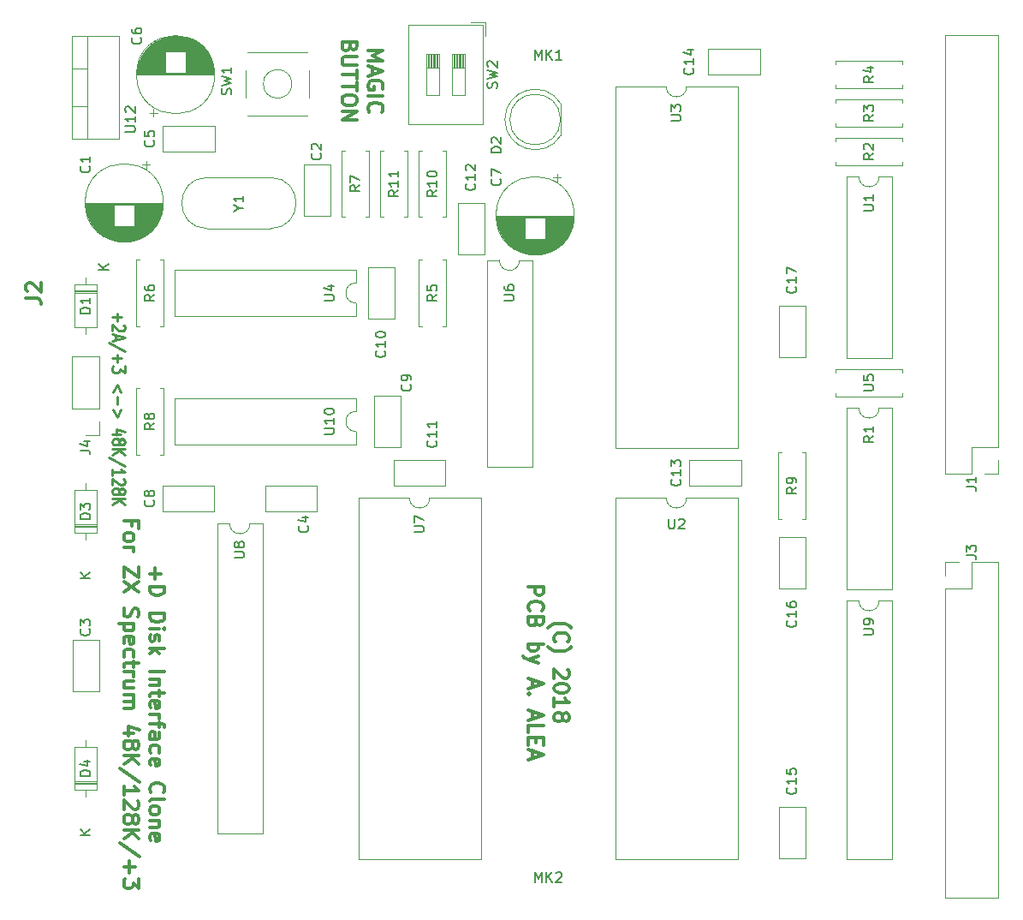
<source format=gbr>
G04 #@! TF.GenerationSoftware,KiCad,Pcbnew,5.0.0-rc2-be01b52~65~ubuntu18.04.1*
G04 #@! TF.CreationDate,2018-06-09T21:21:56+04:00*
G04 #@! TF.ProjectId,plusd,706C7573642E6B696361645F70636200,rev?*
G04 #@! TF.SameCoordinates,Original*
G04 #@! TF.FileFunction,Legend,Top*
G04 #@! TF.FilePolarity,Positive*
%FSLAX46Y46*%
G04 Gerber Fmt 4.6, Leading zero omitted, Abs format (unit mm)*
G04 Created by KiCad (PCBNEW 5.0.0-rc2-be01b52~65~ubuntu18.04.1) date Sat Jun  9 21:21:56 2018*
%MOMM*%
%LPD*%
G01*
G04 APERTURE LIST*
%ADD10C,0.300000*%
%ADD11C,0.250000*%
%ADD12C,0.120000*%
%ADD13C,0.150000*%
%ADD14C,0.304800*%
G04 APERTURE END LIST*
D10*
X71081428Y-39545000D02*
X72581428Y-39545000D01*
X71510000Y-40045000D01*
X72581428Y-40545000D01*
X71081428Y-40545000D01*
X71510000Y-41187857D02*
X71510000Y-41902142D01*
X71081428Y-41045000D02*
X72581428Y-41545000D01*
X71081428Y-42045000D01*
X72510000Y-43330714D02*
X72581428Y-43187857D01*
X72581428Y-42973571D01*
X72510000Y-42759285D01*
X72367142Y-42616428D01*
X72224285Y-42545000D01*
X71938571Y-42473571D01*
X71724285Y-42473571D01*
X71438571Y-42545000D01*
X71295714Y-42616428D01*
X71152857Y-42759285D01*
X71081428Y-42973571D01*
X71081428Y-43116428D01*
X71152857Y-43330714D01*
X71224285Y-43402142D01*
X71724285Y-43402142D01*
X71724285Y-43116428D01*
X71081428Y-44045000D02*
X72581428Y-44045000D01*
X71224285Y-45616428D02*
X71152857Y-45545000D01*
X71081428Y-45330714D01*
X71081428Y-45187857D01*
X71152857Y-44973571D01*
X71295714Y-44830714D01*
X71438571Y-44759285D01*
X71724285Y-44687857D01*
X71938571Y-44687857D01*
X72224285Y-44759285D01*
X72367142Y-44830714D01*
X72510000Y-44973571D01*
X72581428Y-45187857D01*
X72581428Y-45330714D01*
X72510000Y-45545000D01*
X72438571Y-45616428D01*
X69317142Y-39152142D02*
X69245714Y-39366428D01*
X69174285Y-39437857D01*
X69031428Y-39509285D01*
X68817142Y-39509285D01*
X68674285Y-39437857D01*
X68602857Y-39366428D01*
X68531428Y-39223571D01*
X68531428Y-38652142D01*
X70031428Y-38652142D01*
X70031428Y-39152142D01*
X69960000Y-39295000D01*
X69888571Y-39366428D01*
X69745714Y-39437857D01*
X69602857Y-39437857D01*
X69460000Y-39366428D01*
X69388571Y-39295000D01*
X69317142Y-39152142D01*
X69317142Y-38652142D01*
X70031428Y-40152142D02*
X68817142Y-40152142D01*
X68674285Y-40223571D01*
X68602857Y-40295000D01*
X68531428Y-40437857D01*
X68531428Y-40723571D01*
X68602857Y-40866428D01*
X68674285Y-40937857D01*
X68817142Y-41009285D01*
X70031428Y-41009285D01*
X70031428Y-41509285D02*
X70031428Y-42366428D01*
X68531428Y-41937857D02*
X70031428Y-41937857D01*
X70031428Y-42652142D02*
X70031428Y-43509285D01*
X68531428Y-43080714D02*
X70031428Y-43080714D01*
X70031428Y-44295000D02*
X70031428Y-44580714D01*
X69960000Y-44723571D01*
X69817142Y-44866428D01*
X69531428Y-44937857D01*
X69031428Y-44937857D01*
X68745714Y-44866428D01*
X68602857Y-44723571D01*
X68531428Y-44580714D01*
X68531428Y-44295000D01*
X68602857Y-44152142D01*
X68745714Y-44009285D01*
X69031428Y-43937857D01*
X69531428Y-43937857D01*
X69817142Y-44009285D01*
X69960000Y-44152142D01*
X70031428Y-44295000D01*
X68531428Y-45580714D02*
X70031428Y-45580714D01*
X68531428Y-46437857D01*
X70031428Y-46437857D01*
D11*
X46265714Y-65501428D02*
X46265714Y-66263333D01*
X45789523Y-65882380D02*
X46741904Y-65882380D01*
X46920476Y-66691904D02*
X46980000Y-66739523D01*
X47039523Y-66834761D01*
X47039523Y-67072857D01*
X46980000Y-67168095D01*
X46920476Y-67215714D01*
X46801428Y-67263333D01*
X46682380Y-67263333D01*
X46503809Y-67215714D01*
X45789523Y-66644285D01*
X45789523Y-67263333D01*
X46146666Y-67644285D02*
X46146666Y-68120476D01*
X45789523Y-67549047D02*
X47039523Y-67882380D01*
X45789523Y-68215714D01*
X47099047Y-69263333D02*
X45491904Y-68406190D01*
X46265714Y-69596666D02*
X46265714Y-70358571D01*
X45789523Y-69977619D02*
X46741904Y-69977619D01*
X47039523Y-70739523D02*
X47039523Y-71358571D01*
X46563333Y-71025238D01*
X46563333Y-71168095D01*
X46503809Y-71263333D01*
X46444285Y-71310952D01*
X46325238Y-71358571D01*
X46027619Y-71358571D01*
X45908571Y-71310952D01*
X45849047Y-71263333D01*
X45789523Y-71168095D01*
X45789523Y-70882380D01*
X45849047Y-70787142D01*
X45908571Y-70739523D01*
X46622857Y-73310952D02*
X46265714Y-72549047D01*
X45908571Y-73310952D01*
X46265714Y-73787142D02*
X46265714Y-74549047D01*
X46622857Y-75025238D02*
X46265714Y-75787142D01*
X45908571Y-75025238D01*
X46622857Y-77453809D02*
X45789523Y-77453809D01*
X47099047Y-77215714D02*
X46206190Y-76977619D01*
X46206190Y-77596666D01*
X46503809Y-78120476D02*
X46563333Y-78025238D01*
X46622857Y-77977619D01*
X46741904Y-77930000D01*
X46801428Y-77930000D01*
X46920476Y-77977619D01*
X46980000Y-78025238D01*
X47039523Y-78120476D01*
X47039523Y-78310952D01*
X46980000Y-78406190D01*
X46920476Y-78453809D01*
X46801428Y-78501428D01*
X46741904Y-78501428D01*
X46622857Y-78453809D01*
X46563333Y-78406190D01*
X46503809Y-78310952D01*
X46503809Y-78120476D01*
X46444285Y-78025238D01*
X46384761Y-77977619D01*
X46265714Y-77930000D01*
X46027619Y-77930000D01*
X45908571Y-77977619D01*
X45849047Y-78025238D01*
X45789523Y-78120476D01*
X45789523Y-78310952D01*
X45849047Y-78406190D01*
X45908571Y-78453809D01*
X46027619Y-78501428D01*
X46265714Y-78501428D01*
X46384761Y-78453809D01*
X46444285Y-78406190D01*
X46503809Y-78310952D01*
X45789523Y-78930000D02*
X47039523Y-78930000D01*
X45789523Y-79501428D02*
X46503809Y-79072857D01*
X47039523Y-79501428D02*
X46325238Y-78930000D01*
X47099047Y-80644285D02*
X45491904Y-79787142D01*
X45789523Y-81501428D02*
X45789523Y-80930000D01*
X45789523Y-81215714D02*
X47039523Y-81215714D01*
X46860952Y-81120476D01*
X46741904Y-81025238D01*
X46682380Y-80930000D01*
X46920476Y-81882380D02*
X46980000Y-81930000D01*
X47039523Y-82025238D01*
X47039523Y-82263333D01*
X46980000Y-82358571D01*
X46920476Y-82406190D01*
X46801428Y-82453809D01*
X46682380Y-82453809D01*
X46503809Y-82406190D01*
X45789523Y-81834761D01*
X45789523Y-82453809D01*
X46503809Y-83025238D02*
X46563333Y-82930000D01*
X46622857Y-82882380D01*
X46741904Y-82834761D01*
X46801428Y-82834761D01*
X46920476Y-82882380D01*
X46980000Y-82930000D01*
X47039523Y-83025238D01*
X47039523Y-83215714D01*
X46980000Y-83310952D01*
X46920476Y-83358571D01*
X46801428Y-83406190D01*
X46741904Y-83406190D01*
X46622857Y-83358571D01*
X46563333Y-83310952D01*
X46503809Y-83215714D01*
X46503809Y-83025238D01*
X46444285Y-82930000D01*
X46384761Y-82882380D01*
X46265714Y-82834761D01*
X46027619Y-82834761D01*
X45908571Y-82882380D01*
X45849047Y-82930000D01*
X45789523Y-83025238D01*
X45789523Y-83215714D01*
X45849047Y-83310952D01*
X45908571Y-83358571D01*
X46027619Y-83406190D01*
X46265714Y-83406190D01*
X46384761Y-83358571D01*
X46444285Y-83310952D01*
X46503809Y-83215714D01*
X45789523Y-83834761D02*
X47039523Y-83834761D01*
X45789523Y-84406190D02*
X46503809Y-83977619D01*
X47039523Y-84406190D02*
X46325238Y-83834761D01*
D10*
X88925000Y-96572142D02*
X88996428Y-96500714D01*
X89210714Y-96357857D01*
X89353571Y-96286428D01*
X89567857Y-96215000D01*
X89925000Y-96143571D01*
X90210714Y-96143571D01*
X90567857Y-96215000D01*
X90782142Y-96286428D01*
X90925000Y-96357857D01*
X91139285Y-96500714D01*
X91210714Y-96572142D01*
X89639285Y-98000714D02*
X89567857Y-97929285D01*
X89496428Y-97715000D01*
X89496428Y-97572142D01*
X89567857Y-97357857D01*
X89710714Y-97215000D01*
X89853571Y-97143571D01*
X90139285Y-97072142D01*
X90353571Y-97072142D01*
X90639285Y-97143571D01*
X90782142Y-97215000D01*
X90925000Y-97357857D01*
X90996428Y-97572142D01*
X90996428Y-97715000D01*
X90925000Y-97929285D01*
X90853571Y-98000714D01*
X88925000Y-98500714D02*
X88996428Y-98572142D01*
X89210714Y-98715000D01*
X89353571Y-98786428D01*
X89567857Y-98857857D01*
X89925000Y-98929285D01*
X90210714Y-98929285D01*
X90567857Y-98857857D01*
X90782142Y-98786428D01*
X90925000Y-98715000D01*
X91139285Y-98572142D01*
X91210714Y-98500714D01*
X90853571Y-100715000D02*
X90925000Y-100786428D01*
X90996428Y-100929285D01*
X90996428Y-101286428D01*
X90925000Y-101429285D01*
X90853571Y-101500714D01*
X90710714Y-101572142D01*
X90567857Y-101572142D01*
X90353571Y-101500714D01*
X89496428Y-100643571D01*
X89496428Y-101572142D01*
X90996428Y-102500714D02*
X90996428Y-102643571D01*
X90925000Y-102786428D01*
X90853571Y-102857857D01*
X90710714Y-102929285D01*
X90425000Y-103000714D01*
X90067857Y-103000714D01*
X89782142Y-102929285D01*
X89639285Y-102857857D01*
X89567857Y-102786428D01*
X89496428Y-102643571D01*
X89496428Y-102500714D01*
X89567857Y-102357857D01*
X89639285Y-102286428D01*
X89782142Y-102215000D01*
X90067857Y-102143571D01*
X90425000Y-102143571D01*
X90710714Y-102215000D01*
X90853571Y-102286428D01*
X90925000Y-102357857D01*
X90996428Y-102500714D01*
X89496428Y-104429285D02*
X89496428Y-103572142D01*
X89496428Y-104000714D02*
X90996428Y-104000714D01*
X90782142Y-103857857D01*
X90639285Y-103715000D01*
X90567857Y-103572142D01*
X90353571Y-105286428D02*
X90425000Y-105143571D01*
X90496428Y-105072142D01*
X90639285Y-105000714D01*
X90710714Y-105000714D01*
X90853571Y-105072142D01*
X90925000Y-105143571D01*
X90996428Y-105286428D01*
X90996428Y-105572142D01*
X90925000Y-105715000D01*
X90853571Y-105786428D01*
X90710714Y-105857857D01*
X90639285Y-105857857D01*
X90496428Y-105786428D01*
X90425000Y-105715000D01*
X90353571Y-105572142D01*
X90353571Y-105286428D01*
X90282142Y-105143571D01*
X90210714Y-105072142D01*
X90067857Y-105000714D01*
X89782142Y-105000714D01*
X89639285Y-105072142D01*
X89567857Y-105143571D01*
X89496428Y-105286428D01*
X89496428Y-105572142D01*
X89567857Y-105715000D01*
X89639285Y-105786428D01*
X89782142Y-105857857D01*
X90067857Y-105857857D01*
X90210714Y-105786428D01*
X90282142Y-105715000D01*
X90353571Y-105572142D01*
X86946428Y-92536428D02*
X88446428Y-92536428D01*
X88446428Y-93107857D01*
X88375000Y-93250714D01*
X88303571Y-93322142D01*
X88160714Y-93393571D01*
X87946428Y-93393571D01*
X87803571Y-93322142D01*
X87732142Y-93250714D01*
X87660714Y-93107857D01*
X87660714Y-92536428D01*
X87089285Y-94893571D02*
X87017857Y-94822142D01*
X86946428Y-94607857D01*
X86946428Y-94465000D01*
X87017857Y-94250714D01*
X87160714Y-94107857D01*
X87303571Y-94036428D01*
X87589285Y-93965000D01*
X87803571Y-93965000D01*
X88089285Y-94036428D01*
X88232142Y-94107857D01*
X88375000Y-94250714D01*
X88446428Y-94465000D01*
X88446428Y-94607857D01*
X88375000Y-94822142D01*
X88303571Y-94893571D01*
X87732142Y-96036428D02*
X87660714Y-96250714D01*
X87589285Y-96322142D01*
X87446428Y-96393571D01*
X87232142Y-96393571D01*
X87089285Y-96322142D01*
X87017857Y-96250714D01*
X86946428Y-96107857D01*
X86946428Y-95536428D01*
X88446428Y-95536428D01*
X88446428Y-96036428D01*
X88375000Y-96179285D01*
X88303571Y-96250714D01*
X88160714Y-96322142D01*
X88017857Y-96322142D01*
X87875000Y-96250714D01*
X87803571Y-96179285D01*
X87732142Y-96036428D01*
X87732142Y-95536428D01*
X86946428Y-98179285D02*
X88446428Y-98179285D01*
X87875000Y-98179285D02*
X87946428Y-98322142D01*
X87946428Y-98607857D01*
X87875000Y-98750714D01*
X87803571Y-98822142D01*
X87660714Y-98893571D01*
X87232142Y-98893571D01*
X87089285Y-98822142D01*
X87017857Y-98750714D01*
X86946428Y-98607857D01*
X86946428Y-98322142D01*
X87017857Y-98179285D01*
X87946428Y-99393571D02*
X86946428Y-99750714D01*
X87946428Y-100107857D02*
X86946428Y-99750714D01*
X86589285Y-99607857D01*
X86517857Y-99536428D01*
X86446428Y-99393571D01*
X87375000Y-101750714D02*
X87375000Y-102465000D01*
X86946428Y-101607857D02*
X88446428Y-102107857D01*
X86946428Y-102607857D01*
X87089285Y-103107857D02*
X87017857Y-103179285D01*
X86946428Y-103107857D01*
X87017857Y-103036428D01*
X87089285Y-103107857D01*
X86946428Y-103107857D01*
X87375000Y-104893571D02*
X87375000Y-105607857D01*
X86946428Y-104750714D02*
X88446428Y-105250714D01*
X86946428Y-105750714D01*
X86946428Y-106965000D02*
X86946428Y-106250714D01*
X88446428Y-106250714D01*
X87732142Y-107465000D02*
X87732142Y-107965000D01*
X86946428Y-108179285D02*
X86946428Y-107465000D01*
X88446428Y-107465000D01*
X88446428Y-108179285D01*
X87375000Y-108750714D02*
X87375000Y-109465000D01*
X86946428Y-108607857D02*
X88446428Y-109107857D01*
X86946428Y-109607857D01*
X50062857Y-90675714D02*
X50062857Y-91818571D01*
X49491428Y-91247142D02*
X50634285Y-91247142D01*
X49491428Y-92532857D02*
X50991428Y-92532857D01*
X50991428Y-92890000D01*
X50920000Y-93104285D01*
X50777142Y-93247142D01*
X50634285Y-93318571D01*
X50348571Y-93390000D01*
X50134285Y-93390000D01*
X49848571Y-93318571D01*
X49705714Y-93247142D01*
X49562857Y-93104285D01*
X49491428Y-92890000D01*
X49491428Y-92532857D01*
X49491428Y-95175714D02*
X50991428Y-95175714D01*
X50991428Y-95532857D01*
X50920000Y-95747142D01*
X50777142Y-95890000D01*
X50634285Y-95961428D01*
X50348571Y-96032857D01*
X50134285Y-96032857D01*
X49848571Y-95961428D01*
X49705714Y-95890000D01*
X49562857Y-95747142D01*
X49491428Y-95532857D01*
X49491428Y-95175714D01*
X49491428Y-96675714D02*
X50491428Y-96675714D01*
X50991428Y-96675714D02*
X50920000Y-96604285D01*
X50848571Y-96675714D01*
X50920000Y-96747142D01*
X50991428Y-96675714D01*
X50848571Y-96675714D01*
X49562857Y-97318571D02*
X49491428Y-97461428D01*
X49491428Y-97747142D01*
X49562857Y-97890000D01*
X49705714Y-97961428D01*
X49777142Y-97961428D01*
X49920000Y-97890000D01*
X49991428Y-97747142D01*
X49991428Y-97532857D01*
X50062857Y-97390000D01*
X50205714Y-97318571D01*
X50277142Y-97318571D01*
X50420000Y-97390000D01*
X50491428Y-97532857D01*
X50491428Y-97747142D01*
X50420000Y-97890000D01*
X49491428Y-98604285D02*
X50991428Y-98604285D01*
X50062857Y-98747142D02*
X49491428Y-99175714D01*
X50491428Y-99175714D02*
X49920000Y-98604285D01*
X49491428Y-100961428D02*
X50991428Y-100961428D01*
X50491428Y-101675714D02*
X49491428Y-101675714D01*
X50348571Y-101675714D02*
X50420000Y-101747142D01*
X50491428Y-101890000D01*
X50491428Y-102104285D01*
X50420000Y-102247142D01*
X50277142Y-102318571D01*
X49491428Y-102318571D01*
X50491428Y-102818571D02*
X50491428Y-103390000D01*
X50991428Y-103032857D02*
X49705714Y-103032857D01*
X49562857Y-103104285D01*
X49491428Y-103247142D01*
X49491428Y-103390000D01*
X49562857Y-104461428D02*
X49491428Y-104318571D01*
X49491428Y-104032857D01*
X49562857Y-103890000D01*
X49705714Y-103818571D01*
X50277142Y-103818571D01*
X50420000Y-103890000D01*
X50491428Y-104032857D01*
X50491428Y-104318571D01*
X50420000Y-104461428D01*
X50277142Y-104532857D01*
X50134285Y-104532857D01*
X49991428Y-103818571D01*
X49491428Y-105175714D02*
X50491428Y-105175714D01*
X50205714Y-105175714D02*
X50348571Y-105247142D01*
X50420000Y-105318571D01*
X50491428Y-105461428D01*
X50491428Y-105604285D01*
X50491428Y-105890000D02*
X50491428Y-106461428D01*
X49491428Y-106104285D02*
X50777142Y-106104285D01*
X50920000Y-106175714D01*
X50991428Y-106318571D01*
X50991428Y-106461428D01*
X49491428Y-107604285D02*
X50277142Y-107604285D01*
X50420000Y-107532857D01*
X50491428Y-107390000D01*
X50491428Y-107104285D01*
X50420000Y-106961428D01*
X49562857Y-107604285D02*
X49491428Y-107461428D01*
X49491428Y-107104285D01*
X49562857Y-106961428D01*
X49705714Y-106890000D01*
X49848571Y-106890000D01*
X49991428Y-106961428D01*
X50062857Y-107104285D01*
X50062857Y-107461428D01*
X50134285Y-107604285D01*
X49562857Y-108961428D02*
X49491428Y-108818571D01*
X49491428Y-108532857D01*
X49562857Y-108390000D01*
X49634285Y-108318571D01*
X49777142Y-108247142D01*
X50205714Y-108247142D01*
X50348571Y-108318571D01*
X50420000Y-108390000D01*
X50491428Y-108532857D01*
X50491428Y-108818571D01*
X50420000Y-108961428D01*
X49562857Y-110175714D02*
X49491428Y-110032857D01*
X49491428Y-109747142D01*
X49562857Y-109604285D01*
X49705714Y-109532857D01*
X50277142Y-109532857D01*
X50420000Y-109604285D01*
X50491428Y-109747142D01*
X50491428Y-110032857D01*
X50420000Y-110175714D01*
X50277142Y-110247142D01*
X50134285Y-110247142D01*
X49991428Y-109532857D01*
X49634285Y-112890000D02*
X49562857Y-112818571D01*
X49491428Y-112604285D01*
X49491428Y-112461428D01*
X49562857Y-112247142D01*
X49705714Y-112104285D01*
X49848571Y-112032857D01*
X50134285Y-111961428D01*
X50348571Y-111961428D01*
X50634285Y-112032857D01*
X50777142Y-112104285D01*
X50920000Y-112247142D01*
X50991428Y-112461428D01*
X50991428Y-112604285D01*
X50920000Y-112818571D01*
X50848571Y-112890000D01*
X49491428Y-113747142D02*
X49562857Y-113604285D01*
X49705714Y-113532857D01*
X50991428Y-113532857D01*
X49491428Y-114532857D02*
X49562857Y-114390000D01*
X49634285Y-114318571D01*
X49777142Y-114247142D01*
X50205714Y-114247142D01*
X50348571Y-114318571D01*
X50420000Y-114390000D01*
X50491428Y-114532857D01*
X50491428Y-114747142D01*
X50420000Y-114890000D01*
X50348571Y-114961428D01*
X50205714Y-115032857D01*
X49777142Y-115032857D01*
X49634285Y-114961428D01*
X49562857Y-114890000D01*
X49491428Y-114747142D01*
X49491428Y-114532857D01*
X50491428Y-115675714D02*
X49491428Y-115675714D01*
X50348571Y-115675714D02*
X50420000Y-115747142D01*
X50491428Y-115890000D01*
X50491428Y-116104285D01*
X50420000Y-116247142D01*
X50277142Y-116318571D01*
X49491428Y-116318571D01*
X49562857Y-117604285D02*
X49491428Y-117461428D01*
X49491428Y-117175714D01*
X49562857Y-117032857D01*
X49705714Y-116961428D01*
X50277142Y-116961428D01*
X50420000Y-117032857D01*
X50491428Y-117175714D01*
X50491428Y-117461428D01*
X50420000Y-117604285D01*
X50277142Y-117675714D01*
X50134285Y-117675714D01*
X49991428Y-116961428D01*
X47727142Y-86532857D02*
X47727142Y-86032857D01*
X46941428Y-86032857D02*
X48441428Y-86032857D01*
X48441428Y-86747142D01*
X46941428Y-87532857D02*
X47012857Y-87390000D01*
X47084285Y-87318571D01*
X47227142Y-87247142D01*
X47655714Y-87247142D01*
X47798571Y-87318571D01*
X47870000Y-87390000D01*
X47941428Y-87532857D01*
X47941428Y-87747142D01*
X47870000Y-87890000D01*
X47798571Y-87961428D01*
X47655714Y-88032857D01*
X47227142Y-88032857D01*
X47084285Y-87961428D01*
X47012857Y-87890000D01*
X46941428Y-87747142D01*
X46941428Y-87532857D01*
X46941428Y-88675714D02*
X47941428Y-88675714D01*
X47655714Y-88675714D02*
X47798571Y-88747142D01*
X47870000Y-88818571D01*
X47941428Y-88961428D01*
X47941428Y-89104285D01*
X48441428Y-90604285D02*
X48441428Y-91604285D01*
X46941428Y-90604285D01*
X46941428Y-91604285D01*
X48441428Y-92032857D02*
X46941428Y-93032857D01*
X48441428Y-93032857D02*
X46941428Y-92032857D01*
X47012857Y-94675714D02*
X46941428Y-94890000D01*
X46941428Y-95247142D01*
X47012857Y-95390000D01*
X47084285Y-95461428D01*
X47227142Y-95532857D01*
X47370000Y-95532857D01*
X47512857Y-95461428D01*
X47584285Y-95390000D01*
X47655714Y-95247142D01*
X47727142Y-94961428D01*
X47798571Y-94818571D01*
X47870000Y-94747142D01*
X48012857Y-94675714D01*
X48155714Y-94675714D01*
X48298571Y-94747142D01*
X48370000Y-94818571D01*
X48441428Y-94961428D01*
X48441428Y-95318571D01*
X48370000Y-95532857D01*
X47941428Y-96175714D02*
X46441428Y-96175714D01*
X47870000Y-96175714D02*
X47941428Y-96318571D01*
X47941428Y-96604285D01*
X47870000Y-96747142D01*
X47798571Y-96818571D01*
X47655714Y-96890000D01*
X47227142Y-96890000D01*
X47084285Y-96818571D01*
X47012857Y-96747142D01*
X46941428Y-96604285D01*
X46941428Y-96318571D01*
X47012857Y-96175714D01*
X47012857Y-98104285D02*
X46941428Y-97961428D01*
X46941428Y-97675714D01*
X47012857Y-97532857D01*
X47155714Y-97461428D01*
X47727142Y-97461428D01*
X47870000Y-97532857D01*
X47941428Y-97675714D01*
X47941428Y-97961428D01*
X47870000Y-98104285D01*
X47727142Y-98175714D01*
X47584285Y-98175714D01*
X47441428Y-97461428D01*
X47012857Y-99461428D02*
X46941428Y-99318571D01*
X46941428Y-99032857D01*
X47012857Y-98890000D01*
X47084285Y-98818571D01*
X47227142Y-98747142D01*
X47655714Y-98747142D01*
X47798571Y-98818571D01*
X47870000Y-98890000D01*
X47941428Y-99032857D01*
X47941428Y-99318571D01*
X47870000Y-99461428D01*
X47941428Y-99890000D02*
X47941428Y-100461428D01*
X48441428Y-100104285D02*
X47155714Y-100104285D01*
X47012857Y-100175714D01*
X46941428Y-100318571D01*
X46941428Y-100461428D01*
X46941428Y-100961428D02*
X47941428Y-100961428D01*
X47655714Y-100961428D02*
X47798571Y-101032857D01*
X47870000Y-101104285D01*
X47941428Y-101247142D01*
X47941428Y-101390000D01*
X47941428Y-102532857D02*
X46941428Y-102532857D01*
X47941428Y-101890000D02*
X47155714Y-101890000D01*
X47012857Y-101961428D01*
X46941428Y-102104285D01*
X46941428Y-102318571D01*
X47012857Y-102461428D01*
X47084285Y-102532857D01*
X46941428Y-103247142D02*
X47941428Y-103247142D01*
X47798571Y-103247142D02*
X47870000Y-103318571D01*
X47941428Y-103461428D01*
X47941428Y-103675714D01*
X47870000Y-103818571D01*
X47727142Y-103890000D01*
X46941428Y-103890000D01*
X47727142Y-103890000D02*
X47870000Y-103961428D01*
X47941428Y-104104285D01*
X47941428Y-104318571D01*
X47870000Y-104461428D01*
X47727142Y-104532857D01*
X46941428Y-104532857D01*
X47941428Y-107032857D02*
X46941428Y-107032857D01*
X48512857Y-106675714D02*
X47441428Y-106318571D01*
X47441428Y-107247142D01*
X47798571Y-108032857D02*
X47870000Y-107890000D01*
X47941428Y-107818571D01*
X48084285Y-107747142D01*
X48155714Y-107747142D01*
X48298571Y-107818571D01*
X48370000Y-107890000D01*
X48441428Y-108032857D01*
X48441428Y-108318571D01*
X48370000Y-108461428D01*
X48298571Y-108532857D01*
X48155714Y-108604285D01*
X48084285Y-108604285D01*
X47941428Y-108532857D01*
X47870000Y-108461428D01*
X47798571Y-108318571D01*
X47798571Y-108032857D01*
X47727142Y-107890000D01*
X47655714Y-107818571D01*
X47512857Y-107747142D01*
X47227142Y-107747142D01*
X47084285Y-107818571D01*
X47012857Y-107890000D01*
X46941428Y-108032857D01*
X46941428Y-108318571D01*
X47012857Y-108461428D01*
X47084285Y-108532857D01*
X47227142Y-108604285D01*
X47512857Y-108604285D01*
X47655714Y-108532857D01*
X47727142Y-108461428D01*
X47798571Y-108318571D01*
X46941428Y-109247142D02*
X48441428Y-109247142D01*
X46941428Y-110104285D02*
X47798571Y-109461428D01*
X48441428Y-110104285D02*
X47584285Y-109247142D01*
X48512857Y-111818571D02*
X46584285Y-110532857D01*
X46941428Y-113104285D02*
X46941428Y-112247142D01*
X46941428Y-112675714D02*
X48441428Y-112675714D01*
X48227142Y-112532857D01*
X48084285Y-112390000D01*
X48012857Y-112247142D01*
X48298571Y-113675714D02*
X48370000Y-113747142D01*
X48441428Y-113890000D01*
X48441428Y-114247142D01*
X48370000Y-114390000D01*
X48298571Y-114461428D01*
X48155714Y-114532857D01*
X48012857Y-114532857D01*
X47798571Y-114461428D01*
X46941428Y-113604285D01*
X46941428Y-114532857D01*
X47798571Y-115390000D02*
X47870000Y-115247142D01*
X47941428Y-115175714D01*
X48084285Y-115104285D01*
X48155714Y-115104285D01*
X48298571Y-115175714D01*
X48370000Y-115247142D01*
X48441428Y-115390000D01*
X48441428Y-115675714D01*
X48370000Y-115818571D01*
X48298571Y-115890000D01*
X48155714Y-115961428D01*
X48084285Y-115961428D01*
X47941428Y-115890000D01*
X47870000Y-115818571D01*
X47798571Y-115675714D01*
X47798571Y-115390000D01*
X47727142Y-115247142D01*
X47655714Y-115175714D01*
X47512857Y-115104285D01*
X47227142Y-115104285D01*
X47084285Y-115175714D01*
X47012857Y-115247142D01*
X46941428Y-115390000D01*
X46941428Y-115675714D01*
X47012857Y-115818571D01*
X47084285Y-115890000D01*
X47227142Y-115961428D01*
X47512857Y-115961428D01*
X47655714Y-115890000D01*
X47727142Y-115818571D01*
X47798571Y-115675714D01*
X46941428Y-116604285D02*
X48441428Y-116604285D01*
X46941428Y-117461428D02*
X47798571Y-116818571D01*
X48441428Y-117461428D02*
X47584285Y-116604285D01*
X48512857Y-119175714D02*
X46584285Y-117890000D01*
X47512857Y-119675714D02*
X47512857Y-120818571D01*
X46941428Y-120247142D02*
X48084285Y-120247142D01*
X48441428Y-121390000D02*
X48441428Y-122318571D01*
X47870000Y-121818571D01*
X47870000Y-122032857D01*
X47798571Y-122175714D01*
X47727142Y-122247142D01*
X47584285Y-122318571D01*
X47227142Y-122318571D01*
X47084285Y-122247142D01*
X47012857Y-122175714D01*
X46941428Y-122032857D01*
X46941428Y-121604285D01*
X47012857Y-121461428D01*
X47084285Y-121390000D01*
D12*
G04 #@! TO.C,C1*
X50860000Y-54590000D02*
G75*
G03X50860000Y-54590000I-3870000J0D01*
G01*
X50820000Y-54590000D02*
X43160000Y-54590000D01*
X50820000Y-54630000D02*
X43160000Y-54630000D01*
X50820000Y-54670000D02*
X43160000Y-54670000D01*
X50819000Y-54710000D02*
X43161000Y-54710000D01*
X50817000Y-54750000D02*
X43163000Y-54750000D01*
X50815000Y-54790000D02*
X43165000Y-54790000D01*
X50813000Y-54830000D02*
X48030000Y-54830000D01*
X45950000Y-54830000D02*
X43167000Y-54830000D01*
X50810000Y-54870000D02*
X48030000Y-54870000D01*
X45950000Y-54870000D02*
X43170000Y-54870000D01*
X50807000Y-54910000D02*
X48030000Y-54910000D01*
X45950000Y-54910000D02*
X43173000Y-54910000D01*
X50804000Y-54950000D02*
X48030000Y-54950000D01*
X45950000Y-54950000D02*
X43176000Y-54950000D01*
X50800000Y-54990000D02*
X48030000Y-54990000D01*
X45950000Y-54990000D02*
X43180000Y-54990000D01*
X50795000Y-55030000D02*
X48030000Y-55030000D01*
X45950000Y-55030000D02*
X43185000Y-55030000D01*
X50791000Y-55070000D02*
X48030000Y-55070000D01*
X45950000Y-55070000D02*
X43189000Y-55070000D01*
X50785000Y-55110000D02*
X48030000Y-55110000D01*
X45950000Y-55110000D02*
X43195000Y-55110000D01*
X50780000Y-55150000D02*
X48030000Y-55150000D01*
X45950000Y-55150000D02*
X43200000Y-55150000D01*
X50774000Y-55190000D02*
X48030000Y-55190000D01*
X45950000Y-55190000D02*
X43206000Y-55190000D01*
X50767000Y-55230000D02*
X48030000Y-55230000D01*
X45950000Y-55230000D02*
X43213000Y-55230000D01*
X50760000Y-55270000D02*
X48030000Y-55270000D01*
X45950000Y-55270000D02*
X43220000Y-55270000D01*
X50753000Y-55311000D02*
X48030000Y-55311000D01*
X45950000Y-55311000D02*
X43227000Y-55311000D01*
X50745000Y-55351000D02*
X48030000Y-55351000D01*
X45950000Y-55351000D02*
X43235000Y-55351000D01*
X50737000Y-55391000D02*
X48030000Y-55391000D01*
X45950000Y-55391000D02*
X43243000Y-55391000D01*
X50728000Y-55431000D02*
X48030000Y-55431000D01*
X45950000Y-55431000D02*
X43252000Y-55431000D01*
X50719000Y-55471000D02*
X48030000Y-55471000D01*
X45950000Y-55471000D02*
X43261000Y-55471000D01*
X50710000Y-55511000D02*
X48030000Y-55511000D01*
X45950000Y-55511000D02*
X43270000Y-55511000D01*
X50700000Y-55551000D02*
X48030000Y-55551000D01*
X45950000Y-55551000D02*
X43280000Y-55551000D01*
X50689000Y-55591000D02*
X48030000Y-55591000D01*
X45950000Y-55591000D02*
X43291000Y-55591000D01*
X50678000Y-55631000D02*
X48030000Y-55631000D01*
X45950000Y-55631000D02*
X43302000Y-55631000D01*
X50667000Y-55671000D02*
X48030000Y-55671000D01*
X45950000Y-55671000D02*
X43313000Y-55671000D01*
X50655000Y-55711000D02*
X48030000Y-55711000D01*
X45950000Y-55711000D02*
X43325000Y-55711000D01*
X50643000Y-55751000D02*
X48030000Y-55751000D01*
X45950000Y-55751000D02*
X43337000Y-55751000D01*
X50630000Y-55791000D02*
X48030000Y-55791000D01*
X45950000Y-55791000D02*
X43350000Y-55791000D01*
X50616000Y-55831000D02*
X48030000Y-55831000D01*
X45950000Y-55831000D02*
X43364000Y-55831000D01*
X50603000Y-55871000D02*
X48030000Y-55871000D01*
X45950000Y-55871000D02*
X43377000Y-55871000D01*
X50588000Y-55911000D02*
X48030000Y-55911000D01*
X45950000Y-55911000D02*
X43392000Y-55911000D01*
X50574000Y-55951000D02*
X48030000Y-55951000D01*
X45950000Y-55951000D02*
X43406000Y-55951000D01*
X50558000Y-55991000D02*
X48030000Y-55991000D01*
X45950000Y-55991000D02*
X43422000Y-55991000D01*
X50543000Y-56031000D02*
X48030000Y-56031000D01*
X45950000Y-56031000D02*
X43437000Y-56031000D01*
X50526000Y-56071000D02*
X48030000Y-56071000D01*
X45950000Y-56071000D02*
X43454000Y-56071000D01*
X50510000Y-56111000D02*
X48030000Y-56111000D01*
X45950000Y-56111000D02*
X43470000Y-56111000D01*
X50492000Y-56151000D02*
X48030000Y-56151000D01*
X45950000Y-56151000D02*
X43488000Y-56151000D01*
X50474000Y-56191000D02*
X48030000Y-56191000D01*
X45950000Y-56191000D02*
X43506000Y-56191000D01*
X50456000Y-56231000D02*
X48030000Y-56231000D01*
X45950000Y-56231000D02*
X43524000Y-56231000D01*
X50437000Y-56271000D02*
X48030000Y-56271000D01*
X45950000Y-56271000D02*
X43543000Y-56271000D01*
X50417000Y-56311000D02*
X48030000Y-56311000D01*
X45950000Y-56311000D02*
X43563000Y-56311000D01*
X50397000Y-56351000D02*
X48030000Y-56351000D01*
X45950000Y-56351000D02*
X43583000Y-56351000D01*
X50376000Y-56391000D02*
X48030000Y-56391000D01*
X45950000Y-56391000D02*
X43604000Y-56391000D01*
X50355000Y-56431000D02*
X48030000Y-56431000D01*
X45950000Y-56431000D02*
X43625000Y-56431000D01*
X50333000Y-56471000D02*
X48030000Y-56471000D01*
X45950000Y-56471000D02*
X43647000Y-56471000D01*
X50311000Y-56511000D02*
X48030000Y-56511000D01*
X45950000Y-56511000D02*
X43669000Y-56511000D01*
X50287000Y-56551000D02*
X48030000Y-56551000D01*
X45950000Y-56551000D02*
X43693000Y-56551000D01*
X50264000Y-56591000D02*
X48030000Y-56591000D01*
X45950000Y-56591000D02*
X43716000Y-56591000D01*
X50239000Y-56631000D02*
X48030000Y-56631000D01*
X45950000Y-56631000D02*
X43741000Y-56631000D01*
X50214000Y-56671000D02*
X48030000Y-56671000D01*
X45950000Y-56671000D02*
X43766000Y-56671000D01*
X50188000Y-56711000D02*
X48030000Y-56711000D01*
X45950000Y-56711000D02*
X43792000Y-56711000D01*
X50162000Y-56751000D02*
X48030000Y-56751000D01*
X45950000Y-56751000D02*
X43818000Y-56751000D01*
X50134000Y-56791000D02*
X48030000Y-56791000D01*
X45950000Y-56791000D02*
X43846000Y-56791000D01*
X50106000Y-56831000D02*
X48030000Y-56831000D01*
X45950000Y-56831000D02*
X43874000Y-56831000D01*
X50078000Y-56871000D02*
X48030000Y-56871000D01*
X45950000Y-56871000D02*
X43902000Y-56871000D01*
X50048000Y-56911000D02*
X43932000Y-56911000D01*
X50018000Y-56951000D02*
X43962000Y-56951000D01*
X49986000Y-56991000D02*
X43994000Y-56991000D01*
X49954000Y-57031000D02*
X44026000Y-57031000D01*
X49921000Y-57071000D02*
X44059000Y-57071000D01*
X49888000Y-57111000D02*
X44092000Y-57111000D01*
X49853000Y-57151000D02*
X44127000Y-57151000D01*
X49817000Y-57191000D02*
X44163000Y-57191000D01*
X49780000Y-57231000D02*
X44200000Y-57231000D01*
X49742000Y-57271000D02*
X44238000Y-57271000D01*
X49703000Y-57311000D02*
X44277000Y-57311000D01*
X49663000Y-57351000D02*
X44317000Y-57351000D01*
X49622000Y-57391000D02*
X44358000Y-57391000D01*
X49579000Y-57431000D02*
X44401000Y-57431000D01*
X49536000Y-57471000D02*
X44444000Y-57471000D01*
X49490000Y-57511000D02*
X44490000Y-57511000D01*
X49444000Y-57551000D02*
X44536000Y-57551000D01*
X49395000Y-57591000D02*
X44585000Y-57591000D01*
X49345000Y-57631000D02*
X44635000Y-57631000D01*
X49294000Y-57671000D02*
X44686000Y-57671000D01*
X49240000Y-57711000D02*
X44740000Y-57711000D01*
X49185000Y-57751000D02*
X44795000Y-57751000D01*
X49127000Y-57791000D02*
X44853000Y-57791000D01*
X49067000Y-57831000D02*
X44913000Y-57831000D01*
X49004000Y-57871000D02*
X44976000Y-57871000D01*
X48939000Y-57911000D02*
X45041000Y-57911000D01*
X48871000Y-57951000D02*
X45109000Y-57951000D01*
X48799000Y-57991000D02*
X45181000Y-57991000D01*
X48723000Y-58031000D02*
X45257000Y-58031000D01*
X48644000Y-58071000D02*
X45336000Y-58071000D01*
X48559000Y-58111000D02*
X45421000Y-58111000D01*
X48468000Y-58151000D02*
X45512000Y-58151000D01*
X48371000Y-58191000D02*
X45609000Y-58191000D01*
X48265000Y-58231000D02*
X45715000Y-58231000D01*
X48148000Y-58271000D02*
X45832000Y-58271000D01*
X48018000Y-58311000D02*
X45962000Y-58311000D01*
X47867000Y-58351000D02*
X46113000Y-58351000D01*
X47683000Y-58391000D02*
X46297000Y-58391000D01*
X47431000Y-58431000D02*
X46549000Y-58431000D01*
X49165000Y-50447789D02*
X49165000Y-51197789D01*
X49540000Y-50822789D02*
X48790000Y-50822789D01*
G04 #@! TO.C,C2*
X64730000Y-50800000D02*
X67350000Y-50800000D01*
X64730000Y-55920000D02*
X67350000Y-55920000D01*
X67350000Y-55920000D02*
X67350000Y-50800000D01*
X64730000Y-55920000D02*
X64730000Y-50800000D01*
G04 #@! TO.C,C3*
X44490000Y-97790000D02*
X44490000Y-102910000D01*
X41870000Y-97790000D02*
X41870000Y-102910000D01*
X44490000Y-97790000D02*
X41870000Y-97790000D01*
X44490000Y-102910000D02*
X41870000Y-102910000D01*
G04 #@! TO.C,C4*
X66040000Y-82510000D02*
X66040000Y-85130000D01*
X60920000Y-82510000D02*
X60920000Y-85130000D01*
X60920000Y-85130000D02*
X66040000Y-85130000D01*
X60920000Y-82510000D02*
X66040000Y-82510000D01*
G04 #@! TO.C,C5*
X55920000Y-49570000D02*
X50800000Y-49570000D01*
X55920000Y-46950000D02*
X50800000Y-46950000D01*
X55920000Y-49570000D02*
X55920000Y-46950000D01*
X50800000Y-49570000D02*
X50800000Y-46950000D01*
G04 #@! TO.C,C6*
X55940000Y-41930000D02*
G75*
G03X55940000Y-41930000I-3870000J0D01*
G01*
X48240000Y-41930000D02*
X55900000Y-41930000D01*
X48240000Y-41890000D02*
X55900000Y-41890000D01*
X48240000Y-41850000D02*
X55900000Y-41850000D01*
X48241000Y-41810000D02*
X55899000Y-41810000D01*
X48243000Y-41770000D02*
X55897000Y-41770000D01*
X48245000Y-41730000D02*
X55895000Y-41730000D01*
X48247000Y-41690000D02*
X51030000Y-41690000D01*
X53110000Y-41690000D02*
X55893000Y-41690000D01*
X48250000Y-41650000D02*
X51030000Y-41650000D01*
X53110000Y-41650000D02*
X55890000Y-41650000D01*
X48253000Y-41610000D02*
X51030000Y-41610000D01*
X53110000Y-41610000D02*
X55887000Y-41610000D01*
X48256000Y-41570000D02*
X51030000Y-41570000D01*
X53110000Y-41570000D02*
X55884000Y-41570000D01*
X48260000Y-41530000D02*
X51030000Y-41530000D01*
X53110000Y-41530000D02*
X55880000Y-41530000D01*
X48265000Y-41490000D02*
X51030000Y-41490000D01*
X53110000Y-41490000D02*
X55875000Y-41490000D01*
X48269000Y-41450000D02*
X51030000Y-41450000D01*
X53110000Y-41450000D02*
X55871000Y-41450000D01*
X48275000Y-41410000D02*
X51030000Y-41410000D01*
X53110000Y-41410000D02*
X55865000Y-41410000D01*
X48280000Y-41370000D02*
X51030000Y-41370000D01*
X53110000Y-41370000D02*
X55860000Y-41370000D01*
X48286000Y-41330000D02*
X51030000Y-41330000D01*
X53110000Y-41330000D02*
X55854000Y-41330000D01*
X48293000Y-41290000D02*
X51030000Y-41290000D01*
X53110000Y-41290000D02*
X55847000Y-41290000D01*
X48300000Y-41250000D02*
X51030000Y-41250000D01*
X53110000Y-41250000D02*
X55840000Y-41250000D01*
X48307000Y-41209000D02*
X51030000Y-41209000D01*
X53110000Y-41209000D02*
X55833000Y-41209000D01*
X48315000Y-41169000D02*
X51030000Y-41169000D01*
X53110000Y-41169000D02*
X55825000Y-41169000D01*
X48323000Y-41129000D02*
X51030000Y-41129000D01*
X53110000Y-41129000D02*
X55817000Y-41129000D01*
X48332000Y-41089000D02*
X51030000Y-41089000D01*
X53110000Y-41089000D02*
X55808000Y-41089000D01*
X48341000Y-41049000D02*
X51030000Y-41049000D01*
X53110000Y-41049000D02*
X55799000Y-41049000D01*
X48350000Y-41009000D02*
X51030000Y-41009000D01*
X53110000Y-41009000D02*
X55790000Y-41009000D01*
X48360000Y-40969000D02*
X51030000Y-40969000D01*
X53110000Y-40969000D02*
X55780000Y-40969000D01*
X48371000Y-40929000D02*
X51030000Y-40929000D01*
X53110000Y-40929000D02*
X55769000Y-40929000D01*
X48382000Y-40889000D02*
X51030000Y-40889000D01*
X53110000Y-40889000D02*
X55758000Y-40889000D01*
X48393000Y-40849000D02*
X51030000Y-40849000D01*
X53110000Y-40849000D02*
X55747000Y-40849000D01*
X48405000Y-40809000D02*
X51030000Y-40809000D01*
X53110000Y-40809000D02*
X55735000Y-40809000D01*
X48417000Y-40769000D02*
X51030000Y-40769000D01*
X53110000Y-40769000D02*
X55723000Y-40769000D01*
X48430000Y-40729000D02*
X51030000Y-40729000D01*
X53110000Y-40729000D02*
X55710000Y-40729000D01*
X48444000Y-40689000D02*
X51030000Y-40689000D01*
X53110000Y-40689000D02*
X55696000Y-40689000D01*
X48457000Y-40649000D02*
X51030000Y-40649000D01*
X53110000Y-40649000D02*
X55683000Y-40649000D01*
X48472000Y-40609000D02*
X51030000Y-40609000D01*
X53110000Y-40609000D02*
X55668000Y-40609000D01*
X48486000Y-40569000D02*
X51030000Y-40569000D01*
X53110000Y-40569000D02*
X55654000Y-40569000D01*
X48502000Y-40529000D02*
X51030000Y-40529000D01*
X53110000Y-40529000D02*
X55638000Y-40529000D01*
X48517000Y-40489000D02*
X51030000Y-40489000D01*
X53110000Y-40489000D02*
X55623000Y-40489000D01*
X48534000Y-40449000D02*
X51030000Y-40449000D01*
X53110000Y-40449000D02*
X55606000Y-40449000D01*
X48550000Y-40409000D02*
X51030000Y-40409000D01*
X53110000Y-40409000D02*
X55590000Y-40409000D01*
X48568000Y-40369000D02*
X51030000Y-40369000D01*
X53110000Y-40369000D02*
X55572000Y-40369000D01*
X48586000Y-40329000D02*
X51030000Y-40329000D01*
X53110000Y-40329000D02*
X55554000Y-40329000D01*
X48604000Y-40289000D02*
X51030000Y-40289000D01*
X53110000Y-40289000D02*
X55536000Y-40289000D01*
X48623000Y-40249000D02*
X51030000Y-40249000D01*
X53110000Y-40249000D02*
X55517000Y-40249000D01*
X48643000Y-40209000D02*
X51030000Y-40209000D01*
X53110000Y-40209000D02*
X55497000Y-40209000D01*
X48663000Y-40169000D02*
X51030000Y-40169000D01*
X53110000Y-40169000D02*
X55477000Y-40169000D01*
X48684000Y-40129000D02*
X51030000Y-40129000D01*
X53110000Y-40129000D02*
X55456000Y-40129000D01*
X48705000Y-40089000D02*
X51030000Y-40089000D01*
X53110000Y-40089000D02*
X55435000Y-40089000D01*
X48727000Y-40049000D02*
X51030000Y-40049000D01*
X53110000Y-40049000D02*
X55413000Y-40049000D01*
X48749000Y-40009000D02*
X51030000Y-40009000D01*
X53110000Y-40009000D02*
X55391000Y-40009000D01*
X48773000Y-39969000D02*
X51030000Y-39969000D01*
X53110000Y-39969000D02*
X55367000Y-39969000D01*
X48796000Y-39929000D02*
X51030000Y-39929000D01*
X53110000Y-39929000D02*
X55344000Y-39929000D01*
X48821000Y-39889000D02*
X51030000Y-39889000D01*
X53110000Y-39889000D02*
X55319000Y-39889000D01*
X48846000Y-39849000D02*
X51030000Y-39849000D01*
X53110000Y-39849000D02*
X55294000Y-39849000D01*
X48872000Y-39809000D02*
X51030000Y-39809000D01*
X53110000Y-39809000D02*
X55268000Y-39809000D01*
X48898000Y-39769000D02*
X51030000Y-39769000D01*
X53110000Y-39769000D02*
X55242000Y-39769000D01*
X48926000Y-39729000D02*
X51030000Y-39729000D01*
X53110000Y-39729000D02*
X55214000Y-39729000D01*
X48954000Y-39689000D02*
X51030000Y-39689000D01*
X53110000Y-39689000D02*
X55186000Y-39689000D01*
X48982000Y-39649000D02*
X51030000Y-39649000D01*
X53110000Y-39649000D02*
X55158000Y-39649000D01*
X49012000Y-39609000D02*
X55128000Y-39609000D01*
X49042000Y-39569000D02*
X55098000Y-39569000D01*
X49074000Y-39529000D02*
X55066000Y-39529000D01*
X49106000Y-39489000D02*
X55034000Y-39489000D01*
X49139000Y-39449000D02*
X55001000Y-39449000D01*
X49172000Y-39409000D02*
X54968000Y-39409000D01*
X49207000Y-39369000D02*
X54933000Y-39369000D01*
X49243000Y-39329000D02*
X54897000Y-39329000D01*
X49280000Y-39289000D02*
X54860000Y-39289000D01*
X49318000Y-39249000D02*
X54822000Y-39249000D01*
X49357000Y-39209000D02*
X54783000Y-39209000D01*
X49397000Y-39169000D02*
X54743000Y-39169000D01*
X49438000Y-39129000D02*
X54702000Y-39129000D01*
X49481000Y-39089000D02*
X54659000Y-39089000D01*
X49524000Y-39049000D02*
X54616000Y-39049000D01*
X49570000Y-39009000D02*
X54570000Y-39009000D01*
X49616000Y-38969000D02*
X54524000Y-38969000D01*
X49665000Y-38929000D02*
X54475000Y-38929000D01*
X49715000Y-38889000D02*
X54425000Y-38889000D01*
X49766000Y-38849000D02*
X54374000Y-38849000D01*
X49820000Y-38809000D02*
X54320000Y-38809000D01*
X49875000Y-38769000D02*
X54265000Y-38769000D01*
X49933000Y-38729000D02*
X54207000Y-38729000D01*
X49993000Y-38689000D02*
X54147000Y-38689000D01*
X50056000Y-38649000D02*
X54084000Y-38649000D01*
X50121000Y-38609000D02*
X54019000Y-38609000D01*
X50189000Y-38569000D02*
X53951000Y-38569000D01*
X50261000Y-38529000D02*
X53879000Y-38529000D01*
X50337000Y-38489000D02*
X53803000Y-38489000D01*
X50416000Y-38449000D02*
X53724000Y-38449000D01*
X50501000Y-38409000D02*
X53639000Y-38409000D01*
X50592000Y-38369000D02*
X53548000Y-38369000D01*
X50689000Y-38329000D02*
X53451000Y-38329000D01*
X50795000Y-38289000D02*
X53345000Y-38289000D01*
X50912000Y-38249000D02*
X53228000Y-38249000D01*
X51042000Y-38209000D02*
X53098000Y-38209000D01*
X51193000Y-38169000D02*
X52947000Y-38169000D01*
X51377000Y-38129000D02*
X52763000Y-38129000D01*
X51629000Y-38089000D02*
X52511000Y-38089000D01*
X49895000Y-46072211D02*
X49895000Y-45322211D01*
X49520000Y-45697211D02*
X50270000Y-45697211D01*
G04 #@! TO.C,C7*
X90180000Y-52092789D02*
X89430000Y-52092789D01*
X89805000Y-51717789D02*
X89805000Y-52467789D01*
X88071000Y-59701000D02*
X87189000Y-59701000D01*
X88323000Y-59661000D02*
X86937000Y-59661000D01*
X88507000Y-59621000D02*
X86753000Y-59621000D01*
X88658000Y-59581000D02*
X86602000Y-59581000D01*
X88788000Y-59541000D02*
X86472000Y-59541000D01*
X88905000Y-59501000D02*
X86355000Y-59501000D01*
X89011000Y-59461000D02*
X86249000Y-59461000D01*
X89108000Y-59421000D02*
X86152000Y-59421000D01*
X89199000Y-59381000D02*
X86061000Y-59381000D01*
X89284000Y-59341000D02*
X85976000Y-59341000D01*
X89363000Y-59301000D02*
X85897000Y-59301000D01*
X89439000Y-59261000D02*
X85821000Y-59261000D01*
X89511000Y-59221000D02*
X85749000Y-59221000D01*
X89579000Y-59181000D02*
X85681000Y-59181000D01*
X89644000Y-59141000D02*
X85616000Y-59141000D01*
X89707000Y-59101000D02*
X85553000Y-59101000D01*
X89767000Y-59061000D02*
X85493000Y-59061000D01*
X89825000Y-59021000D02*
X85435000Y-59021000D01*
X89880000Y-58981000D02*
X85380000Y-58981000D01*
X89934000Y-58941000D02*
X85326000Y-58941000D01*
X89985000Y-58901000D02*
X85275000Y-58901000D01*
X90035000Y-58861000D02*
X85225000Y-58861000D01*
X90084000Y-58821000D02*
X85176000Y-58821000D01*
X90130000Y-58781000D02*
X85130000Y-58781000D01*
X90176000Y-58741000D02*
X85084000Y-58741000D01*
X90219000Y-58701000D02*
X85041000Y-58701000D01*
X90262000Y-58661000D02*
X84998000Y-58661000D01*
X90303000Y-58621000D02*
X84957000Y-58621000D01*
X90343000Y-58581000D02*
X84917000Y-58581000D01*
X90382000Y-58541000D02*
X84878000Y-58541000D01*
X90420000Y-58501000D02*
X84840000Y-58501000D01*
X90457000Y-58461000D02*
X84803000Y-58461000D01*
X90493000Y-58421000D02*
X84767000Y-58421000D01*
X90528000Y-58381000D02*
X84732000Y-58381000D01*
X90561000Y-58341000D02*
X84699000Y-58341000D01*
X90594000Y-58301000D02*
X84666000Y-58301000D01*
X90626000Y-58261000D02*
X84634000Y-58261000D01*
X90658000Y-58221000D02*
X84602000Y-58221000D01*
X90688000Y-58181000D02*
X84572000Y-58181000D01*
X86590000Y-58141000D02*
X84542000Y-58141000D01*
X90718000Y-58141000D02*
X88670000Y-58141000D01*
X86590000Y-58101000D02*
X84514000Y-58101000D01*
X90746000Y-58101000D02*
X88670000Y-58101000D01*
X86590000Y-58061000D02*
X84486000Y-58061000D01*
X90774000Y-58061000D02*
X88670000Y-58061000D01*
X86590000Y-58021000D02*
X84458000Y-58021000D01*
X90802000Y-58021000D02*
X88670000Y-58021000D01*
X86590000Y-57981000D02*
X84432000Y-57981000D01*
X90828000Y-57981000D02*
X88670000Y-57981000D01*
X86590000Y-57941000D02*
X84406000Y-57941000D01*
X90854000Y-57941000D02*
X88670000Y-57941000D01*
X86590000Y-57901000D02*
X84381000Y-57901000D01*
X90879000Y-57901000D02*
X88670000Y-57901000D01*
X86590000Y-57861000D02*
X84356000Y-57861000D01*
X90904000Y-57861000D02*
X88670000Y-57861000D01*
X86590000Y-57821000D02*
X84333000Y-57821000D01*
X90927000Y-57821000D02*
X88670000Y-57821000D01*
X86590000Y-57781000D02*
X84309000Y-57781000D01*
X90951000Y-57781000D02*
X88670000Y-57781000D01*
X86590000Y-57741000D02*
X84287000Y-57741000D01*
X90973000Y-57741000D02*
X88670000Y-57741000D01*
X86590000Y-57701000D02*
X84265000Y-57701000D01*
X90995000Y-57701000D02*
X88670000Y-57701000D01*
X86590000Y-57661000D02*
X84244000Y-57661000D01*
X91016000Y-57661000D02*
X88670000Y-57661000D01*
X86590000Y-57621000D02*
X84223000Y-57621000D01*
X91037000Y-57621000D02*
X88670000Y-57621000D01*
X86590000Y-57581000D02*
X84203000Y-57581000D01*
X91057000Y-57581000D02*
X88670000Y-57581000D01*
X86590000Y-57541000D02*
X84183000Y-57541000D01*
X91077000Y-57541000D02*
X88670000Y-57541000D01*
X86590000Y-57501000D02*
X84164000Y-57501000D01*
X91096000Y-57501000D02*
X88670000Y-57501000D01*
X86590000Y-57461000D02*
X84146000Y-57461000D01*
X91114000Y-57461000D02*
X88670000Y-57461000D01*
X86590000Y-57421000D02*
X84128000Y-57421000D01*
X91132000Y-57421000D02*
X88670000Y-57421000D01*
X86590000Y-57381000D02*
X84110000Y-57381000D01*
X91150000Y-57381000D02*
X88670000Y-57381000D01*
X86590000Y-57341000D02*
X84094000Y-57341000D01*
X91166000Y-57341000D02*
X88670000Y-57341000D01*
X86590000Y-57301000D02*
X84077000Y-57301000D01*
X91183000Y-57301000D02*
X88670000Y-57301000D01*
X86590000Y-57261000D02*
X84062000Y-57261000D01*
X91198000Y-57261000D02*
X88670000Y-57261000D01*
X86590000Y-57221000D02*
X84046000Y-57221000D01*
X91214000Y-57221000D02*
X88670000Y-57221000D01*
X86590000Y-57181000D02*
X84032000Y-57181000D01*
X91228000Y-57181000D02*
X88670000Y-57181000D01*
X86590000Y-57141000D02*
X84017000Y-57141000D01*
X91243000Y-57141000D02*
X88670000Y-57141000D01*
X86590000Y-57101000D02*
X84004000Y-57101000D01*
X91256000Y-57101000D02*
X88670000Y-57101000D01*
X86590000Y-57061000D02*
X83990000Y-57061000D01*
X91270000Y-57061000D02*
X88670000Y-57061000D01*
X86590000Y-57021000D02*
X83977000Y-57021000D01*
X91283000Y-57021000D02*
X88670000Y-57021000D01*
X86590000Y-56981000D02*
X83965000Y-56981000D01*
X91295000Y-56981000D02*
X88670000Y-56981000D01*
X86590000Y-56941000D02*
X83953000Y-56941000D01*
X91307000Y-56941000D02*
X88670000Y-56941000D01*
X86590000Y-56901000D02*
X83942000Y-56901000D01*
X91318000Y-56901000D02*
X88670000Y-56901000D01*
X86590000Y-56861000D02*
X83931000Y-56861000D01*
X91329000Y-56861000D02*
X88670000Y-56861000D01*
X86590000Y-56821000D02*
X83920000Y-56821000D01*
X91340000Y-56821000D02*
X88670000Y-56821000D01*
X86590000Y-56781000D02*
X83910000Y-56781000D01*
X91350000Y-56781000D02*
X88670000Y-56781000D01*
X86590000Y-56741000D02*
X83901000Y-56741000D01*
X91359000Y-56741000D02*
X88670000Y-56741000D01*
X86590000Y-56701000D02*
X83892000Y-56701000D01*
X91368000Y-56701000D02*
X88670000Y-56701000D01*
X86590000Y-56661000D02*
X83883000Y-56661000D01*
X91377000Y-56661000D02*
X88670000Y-56661000D01*
X86590000Y-56621000D02*
X83875000Y-56621000D01*
X91385000Y-56621000D02*
X88670000Y-56621000D01*
X86590000Y-56581000D02*
X83867000Y-56581000D01*
X91393000Y-56581000D02*
X88670000Y-56581000D01*
X86590000Y-56540000D02*
X83860000Y-56540000D01*
X91400000Y-56540000D02*
X88670000Y-56540000D01*
X86590000Y-56500000D02*
X83853000Y-56500000D01*
X91407000Y-56500000D02*
X88670000Y-56500000D01*
X86590000Y-56460000D02*
X83846000Y-56460000D01*
X91414000Y-56460000D02*
X88670000Y-56460000D01*
X86590000Y-56420000D02*
X83840000Y-56420000D01*
X91420000Y-56420000D02*
X88670000Y-56420000D01*
X86590000Y-56380000D02*
X83835000Y-56380000D01*
X91425000Y-56380000D02*
X88670000Y-56380000D01*
X86590000Y-56340000D02*
X83829000Y-56340000D01*
X91431000Y-56340000D02*
X88670000Y-56340000D01*
X86590000Y-56300000D02*
X83825000Y-56300000D01*
X91435000Y-56300000D02*
X88670000Y-56300000D01*
X86590000Y-56260000D02*
X83820000Y-56260000D01*
X91440000Y-56260000D02*
X88670000Y-56260000D01*
X86590000Y-56220000D02*
X83816000Y-56220000D01*
X91444000Y-56220000D02*
X88670000Y-56220000D01*
X86590000Y-56180000D02*
X83813000Y-56180000D01*
X91447000Y-56180000D02*
X88670000Y-56180000D01*
X86590000Y-56140000D02*
X83810000Y-56140000D01*
X91450000Y-56140000D02*
X88670000Y-56140000D01*
X86590000Y-56100000D02*
X83807000Y-56100000D01*
X91453000Y-56100000D02*
X88670000Y-56100000D01*
X91455000Y-56060000D02*
X83805000Y-56060000D01*
X91457000Y-56020000D02*
X83803000Y-56020000D01*
X91459000Y-55980000D02*
X83801000Y-55980000D01*
X91460000Y-55940000D02*
X83800000Y-55940000D01*
X91460000Y-55900000D02*
X83800000Y-55900000D01*
X91460000Y-55860000D02*
X83800000Y-55860000D01*
X91500000Y-55860000D02*
G75*
G03X91500000Y-55860000I-3870000J0D01*
G01*
G04 #@! TO.C,C8*
X50760000Y-82510000D02*
X55880000Y-82510000D01*
X50760000Y-85130000D02*
X55880000Y-85130000D01*
X50760000Y-82510000D02*
X50760000Y-85130000D01*
X55880000Y-82510000D02*
X55880000Y-85130000D01*
G04 #@! TO.C,C9*
X74335000Y-73620000D02*
X74335000Y-78740000D01*
X71715000Y-73620000D02*
X71715000Y-78740000D01*
X74335000Y-73620000D02*
X71715000Y-73620000D01*
X74335000Y-78740000D02*
X71715000Y-78740000D01*
G04 #@! TO.C,C10*
X71080000Y-60960000D02*
X73700000Y-60960000D01*
X71080000Y-66080000D02*
X73700000Y-66080000D01*
X73700000Y-66080000D02*
X73700000Y-60960000D01*
X71080000Y-66080000D02*
X71080000Y-60960000D01*
G04 #@! TO.C,C11*
X78740000Y-79970000D02*
X78740000Y-82590000D01*
X73620000Y-79970000D02*
X73620000Y-82590000D01*
X73620000Y-82590000D02*
X78740000Y-82590000D01*
X73620000Y-79970000D02*
X78740000Y-79970000D01*
G04 #@! TO.C,C12*
X79970000Y-54610000D02*
X82590000Y-54610000D01*
X79970000Y-59730000D02*
X82590000Y-59730000D01*
X82590000Y-59730000D02*
X82590000Y-54610000D01*
X79970000Y-59730000D02*
X79970000Y-54610000D01*
G04 #@! TO.C,C13*
X102870000Y-79970000D02*
X107990000Y-79970000D01*
X102870000Y-82590000D02*
X107990000Y-82590000D01*
X102870000Y-79970000D02*
X102870000Y-82590000D01*
X107990000Y-79970000D02*
X107990000Y-82590000D01*
G04 #@! TO.C,C14*
X109855000Y-39330000D02*
X109855000Y-41950000D01*
X104735000Y-39330000D02*
X104735000Y-41950000D01*
X104735000Y-41950000D02*
X109855000Y-41950000D01*
X104735000Y-39330000D02*
X109855000Y-39330000D01*
G04 #@! TO.C,C15*
X111720000Y-119420000D02*
X111720000Y-114300000D01*
X114340000Y-119420000D02*
X114340000Y-114300000D01*
X111720000Y-119420000D02*
X114340000Y-119420000D01*
X111720000Y-114300000D02*
X114340000Y-114300000D01*
G04 #@! TO.C,C16*
X111720000Y-87630000D02*
X114340000Y-87630000D01*
X111720000Y-92750000D02*
X114340000Y-92750000D01*
X114340000Y-92750000D02*
X114340000Y-87630000D01*
X111720000Y-92750000D02*
X111720000Y-87630000D01*
G04 #@! TO.C,C17*
X111720000Y-69890000D02*
X111720000Y-64770000D01*
X114340000Y-69890000D02*
X114340000Y-64770000D01*
X111720000Y-69890000D02*
X114340000Y-69890000D01*
X111720000Y-64770000D02*
X114340000Y-64770000D01*
G04 #@! TO.C,D2*
X84640000Y-46354538D02*
G75*
G03X90190000Y-47899830I2990000J-462D01*
G01*
X84640000Y-46355462D02*
G75*
G02X90190000Y-44810170I2990000J462D01*
G01*
X90130000Y-46355000D02*
G75*
G03X90130000Y-46355000I-2500000J0D01*
G01*
X90190000Y-47900000D02*
X90190000Y-44810000D01*
G04 #@! TO.C,J1*
X133410000Y-38040000D02*
X128210000Y-38040000D01*
X133410000Y-78740000D02*
X133410000Y-38040000D01*
X128210000Y-81340000D02*
X128210000Y-38040000D01*
X133410000Y-78740000D02*
X130810000Y-78740000D01*
X130810000Y-78740000D02*
X130810000Y-81340000D01*
X130810000Y-81340000D02*
X128210000Y-81340000D01*
X133410000Y-80010000D02*
X133410000Y-81340000D01*
X133410000Y-81340000D02*
X132080000Y-81340000D01*
G04 #@! TO.C,J3*
X128210000Y-123250000D02*
X133410000Y-123250000D01*
X128210000Y-92710000D02*
X128210000Y-123250000D01*
X133410000Y-90110000D02*
X133410000Y-123250000D01*
X128210000Y-92710000D02*
X130810000Y-92710000D01*
X130810000Y-92710000D02*
X130810000Y-90110000D01*
X130810000Y-90110000D02*
X133410000Y-90110000D01*
X128210000Y-91440000D02*
X128210000Y-90110000D01*
X128210000Y-90110000D02*
X129540000Y-90110000D01*
G04 #@! TO.C,J4*
X44510000Y-69790000D02*
X41850000Y-69790000D01*
X44510000Y-74930000D02*
X44510000Y-69790000D01*
X41850000Y-74930000D02*
X41850000Y-69790000D01*
X44510000Y-74930000D02*
X41850000Y-74930000D01*
X44510000Y-76200000D02*
X44510000Y-77530000D01*
X44510000Y-77530000D02*
X43180000Y-77530000D01*
G04 #@! TO.C,R1*
X123920000Y-73430000D02*
X123920000Y-73760000D01*
X123920000Y-73760000D02*
X117380000Y-73760000D01*
X117380000Y-73760000D02*
X117380000Y-73430000D01*
X123920000Y-71350000D02*
X123920000Y-71020000D01*
X123920000Y-71020000D02*
X117380000Y-71020000D01*
X117380000Y-71020000D02*
X117380000Y-71350000D01*
G04 #@! TO.C,R2*
X117380000Y-48160000D02*
X117380000Y-48490000D01*
X123920000Y-48160000D02*
X117380000Y-48160000D01*
X123920000Y-48490000D02*
X123920000Y-48160000D01*
X117380000Y-50900000D02*
X117380000Y-50570000D01*
X123920000Y-50900000D02*
X117380000Y-50900000D01*
X123920000Y-50570000D02*
X123920000Y-50900000D01*
G04 #@! TO.C,R3*
X123920000Y-46760000D02*
X123920000Y-47090000D01*
X123920000Y-47090000D02*
X117380000Y-47090000D01*
X117380000Y-47090000D02*
X117380000Y-46760000D01*
X123920000Y-44680000D02*
X123920000Y-44350000D01*
X123920000Y-44350000D02*
X117380000Y-44350000D01*
X117380000Y-44350000D02*
X117380000Y-44680000D01*
G04 #@! TO.C,R4*
X117380000Y-40540000D02*
X117380000Y-40870000D01*
X123920000Y-40540000D02*
X117380000Y-40540000D01*
X123920000Y-40870000D02*
X123920000Y-40540000D01*
X117380000Y-43280000D02*
X117380000Y-42950000D01*
X123920000Y-43280000D02*
X117380000Y-43280000D01*
X123920000Y-42950000D02*
X123920000Y-43280000D01*
G04 #@! TO.C,R5*
X76100000Y-66770000D02*
X76430000Y-66770000D01*
X76100000Y-60230000D02*
X76100000Y-66770000D01*
X76430000Y-60230000D02*
X76100000Y-60230000D01*
X78840000Y-66770000D02*
X78510000Y-66770000D01*
X78840000Y-60230000D02*
X78840000Y-66770000D01*
X78510000Y-60230000D02*
X78840000Y-60230000D01*
G04 #@! TO.C,R6*
X50570000Y-60230000D02*
X50900000Y-60230000D01*
X50900000Y-60230000D02*
X50900000Y-66770000D01*
X50900000Y-66770000D02*
X50570000Y-66770000D01*
X48490000Y-60230000D02*
X48160000Y-60230000D01*
X48160000Y-60230000D02*
X48160000Y-66770000D01*
X48160000Y-66770000D02*
X48490000Y-66770000D01*
G04 #@! TO.C,R7*
X70890000Y-49435000D02*
X71220000Y-49435000D01*
X71220000Y-49435000D02*
X71220000Y-55975000D01*
X71220000Y-55975000D02*
X70890000Y-55975000D01*
X68810000Y-49435000D02*
X68480000Y-49435000D01*
X68480000Y-49435000D02*
X68480000Y-55975000D01*
X68480000Y-55975000D02*
X68810000Y-55975000D01*
G04 #@! TO.C,R8*
X50900000Y-72930000D02*
X50570000Y-72930000D01*
X50900000Y-79470000D02*
X50900000Y-72930000D01*
X50570000Y-79470000D02*
X50900000Y-79470000D01*
X48160000Y-72930000D02*
X48490000Y-72930000D01*
X48160000Y-79470000D02*
X48160000Y-72930000D01*
X48490000Y-79470000D02*
X48160000Y-79470000D01*
G04 #@! TO.C,R9*
X111990000Y-85820000D02*
X111660000Y-85820000D01*
X111660000Y-85820000D02*
X111660000Y-79280000D01*
X111660000Y-79280000D02*
X111990000Y-79280000D01*
X114070000Y-85820000D02*
X114400000Y-85820000D01*
X114400000Y-85820000D02*
X114400000Y-79280000D01*
X114400000Y-79280000D02*
X114070000Y-79280000D01*
G04 #@! TO.C,SW1*
X63569214Y-42835000D02*
G75*
G03X63569214Y-42835000I-1414214J0D01*
G01*
X65125000Y-39715000D02*
X59185000Y-39715000D01*
X65125000Y-45955000D02*
X59185000Y-45955000D01*
X65275000Y-41495000D02*
X65275000Y-44175000D01*
X59035000Y-44175000D02*
X59035000Y-41495000D01*
G04 #@! TO.C,U1*
X121650000Y-52010000D02*
G75*
G02X119650000Y-52010000I-1000000J0D01*
G01*
X119650000Y-52010000D02*
X118400000Y-52010000D01*
X118400000Y-52010000D02*
X118400000Y-69910000D01*
X118400000Y-69910000D02*
X122900000Y-69910000D01*
X122900000Y-69910000D02*
X122900000Y-52010000D01*
X122900000Y-52010000D02*
X121650000Y-52010000D01*
G04 #@! TO.C,U2*
X107660000Y-83760000D02*
X102600000Y-83760000D01*
X107660000Y-119440000D02*
X107660000Y-83760000D01*
X95540000Y-119440000D02*
X107660000Y-119440000D01*
X95540000Y-83760000D02*
X95540000Y-119440000D01*
X100600000Y-83760000D02*
X95540000Y-83760000D01*
X102600000Y-83760000D02*
G75*
G02X100600000Y-83760000I-1000000J0D01*
G01*
G04 #@! TO.C,U3*
X102600000Y-43120000D02*
G75*
G02X100600000Y-43120000I-1000000J0D01*
G01*
X100600000Y-43120000D02*
X95540000Y-43120000D01*
X95540000Y-43120000D02*
X95540000Y-78800000D01*
X95540000Y-78800000D02*
X107660000Y-78800000D01*
X107660000Y-78800000D02*
X107660000Y-43120000D01*
X107660000Y-43120000D02*
X102600000Y-43120000D01*
G04 #@! TO.C,U4*
X69910000Y-65750000D02*
X69910000Y-64500000D01*
X52010000Y-65750000D02*
X69910000Y-65750000D01*
X52010000Y-61250000D02*
X52010000Y-65750000D01*
X69910000Y-61250000D02*
X52010000Y-61250000D01*
X69910000Y-62500000D02*
X69910000Y-61250000D01*
X69910000Y-64500000D02*
G75*
G02X69910000Y-62500000I0J1000000D01*
G01*
G04 #@! TO.C,U5*
X121650000Y-74870000D02*
G75*
G02X119650000Y-74870000I-1000000J0D01*
G01*
X119650000Y-74870000D02*
X118400000Y-74870000D01*
X118400000Y-74870000D02*
X118400000Y-92770000D01*
X118400000Y-92770000D02*
X122900000Y-92770000D01*
X122900000Y-92770000D02*
X122900000Y-74870000D01*
X122900000Y-74870000D02*
X121650000Y-74870000D01*
G04 #@! TO.C,U6*
X86090000Y-60265000D02*
G75*
G02X84090000Y-60265000I-1000000J0D01*
G01*
X84090000Y-60265000D02*
X82840000Y-60265000D01*
X82840000Y-60265000D02*
X82840000Y-80705000D01*
X82840000Y-80705000D02*
X87340000Y-80705000D01*
X87340000Y-80705000D02*
X87340000Y-60265000D01*
X87340000Y-60265000D02*
X86090000Y-60265000D01*
G04 #@! TO.C,U7*
X77200000Y-83760000D02*
G75*
G02X75200000Y-83760000I-1000000J0D01*
G01*
X75200000Y-83760000D02*
X70140000Y-83760000D01*
X70140000Y-83760000D02*
X70140000Y-119440000D01*
X70140000Y-119440000D02*
X82260000Y-119440000D01*
X82260000Y-119440000D02*
X82260000Y-83760000D01*
X82260000Y-83760000D02*
X77200000Y-83760000D01*
G04 #@! TO.C,U8*
X59420000Y-86300000D02*
G75*
G02X57420000Y-86300000I-1000000J0D01*
G01*
X57420000Y-86300000D02*
X56170000Y-86300000D01*
X56170000Y-86300000D02*
X56170000Y-116900000D01*
X56170000Y-116900000D02*
X60670000Y-116900000D01*
X60670000Y-116900000D02*
X60670000Y-86300000D01*
X60670000Y-86300000D02*
X59420000Y-86300000D01*
G04 #@! TO.C,U9*
X121650000Y-93920000D02*
G75*
G02X119650000Y-93920000I-1000000J0D01*
G01*
X119650000Y-93920000D02*
X118400000Y-93920000D01*
X118400000Y-93920000D02*
X118400000Y-119440000D01*
X118400000Y-119440000D02*
X122900000Y-119440000D01*
X122900000Y-119440000D02*
X122900000Y-93920000D01*
X122900000Y-93920000D02*
X121650000Y-93920000D01*
G04 #@! TO.C,U10*
X69910000Y-78450000D02*
X69910000Y-77200000D01*
X52010000Y-78450000D02*
X69910000Y-78450000D01*
X52010000Y-73950000D02*
X52010000Y-78450000D01*
X69910000Y-73950000D02*
X52010000Y-73950000D01*
X69910000Y-75200000D02*
X69910000Y-73950000D01*
X69910000Y-77200000D02*
G75*
G02X69910000Y-75200000I0J1000000D01*
G01*
G04 #@! TO.C,Y1*
X55205000Y-52085000D02*
X61455000Y-52085000D01*
X55205000Y-57135000D02*
X61455000Y-57135000D01*
X55205000Y-57135000D02*
G75*
G02X55205000Y-52085000I0J2525000D01*
G01*
X61455000Y-57135000D02*
G75*
G03X61455000Y-52085000I0J2525000D01*
G01*
G04 #@! TO.C,D1*
X44300000Y-62650000D02*
X42060000Y-62650000D01*
X42060000Y-62650000D02*
X42060000Y-66890000D01*
X42060000Y-66890000D02*
X44300000Y-66890000D01*
X44300000Y-66890000D02*
X44300000Y-62650000D01*
X43180000Y-62000000D02*
X43180000Y-62650000D01*
X43180000Y-67540000D02*
X43180000Y-66890000D01*
X44300000Y-63370000D02*
X42060000Y-63370000D01*
X44300000Y-63490000D02*
X42060000Y-63490000D01*
X44300000Y-63250000D02*
X42060000Y-63250000D01*
G04 #@! TO.C,D3*
X42060000Y-87210000D02*
X44300000Y-87210000D01*
X44300000Y-87210000D02*
X44300000Y-82970000D01*
X44300000Y-82970000D02*
X42060000Y-82970000D01*
X42060000Y-82970000D02*
X42060000Y-87210000D01*
X43180000Y-87860000D02*
X43180000Y-87210000D01*
X43180000Y-82320000D02*
X43180000Y-82970000D01*
X42060000Y-86490000D02*
X44300000Y-86490000D01*
X42060000Y-86370000D02*
X44300000Y-86370000D01*
X42060000Y-86610000D02*
X44300000Y-86610000D01*
G04 #@! TO.C,D4*
X42060000Y-112010000D02*
X44300000Y-112010000D01*
X42060000Y-111770000D02*
X44300000Y-111770000D01*
X42060000Y-111890000D02*
X44300000Y-111890000D01*
X43180000Y-107720000D02*
X43180000Y-108370000D01*
X43180000Y-113260000D02*
X43180000Y-112610000D01*
X42060000Y-108370000D02*
X42060000Y-112610000D01*
X44300000Y-108370000D02*
X42060000Y-108370000D01*
X44300000Y-112610000D02*
X44300000Y-108370000D01*
X42060000Y-112610000D02*
X44300000Y-112610000D01*
G04 #@! TO.C,R10*
X78510000Y-49435000D02*
X78840000Y-49435000D01*
X78840000Y-49435000D02*
X78840000Y-55975000D01*
X78840000Y-55975000D02*
X78510000Y-55975000D01*
X76430000Y-49435000D02*
X76100000Y-49435000D01*
X76100000Y-49435000D02*
X76100000Y-55975000D01*
X76100000Y-55975000D02*
X76430000Y-55975000D01*
G04 #@! TO.C,R11*
X72290000Y-55975000D02*
X72620000Y-55975000D01*
X72290000Y-49435000D02*
X72290000Y-55975000D01*
X72620000Y-49435000D02*
X72290000Y-49435000D01*
X75030000Y-55975000D02*
X74700000Y-55975000D01*
X75030000Y-49435000D02*
X75030000Y-55975000D01*
X74700000Y-49435000D02*
X75030000Y-49435000D01*
G04 #@! TO.C,SW2*
X82430000Y-36960000D02*
X82430000Y-46860000D01*
X75050000Y-36960000D02*
X75050000Y-46860000D01*
X82430000Y-36960000D02*
X75050000Y-36960000D01*
X82430000Y-46860000D02*
X75050000Y-46860000D01*
X82670000Y-36720000D02*
X82670000Y-38104000D01*
X82670000Y-36720000D02*
X81287000Y-36720000D01*
X80645000Y-39880000D02*
X79375000Y-39880000D01*
X79375000Y-39880000D02*
X79375000Y-43940000D01*
X79375000Y-43940000D02*
X80645000Y-43940000D01*
X80645000Y-43940000D02*
X80645000Y-39880000D01*
X80525000Y-39880000D02*
X80525000Y-41233333D01*
X80405000Y-39880000D02*
X80405000Y-41233333D01*
X80285000Y-39880000D02*
X80285000Y-41233333D01*
X80165000Y-39880000D02*
X80165000Y-41233333D01*
X80045000Y-39880000D02*
X80045000Y-41233333D01*
X79925000Y-39880000D02*
X79925000Y-41233333D01*
X79805000Y-39880000D02*
X79805000Y-41233333D01*
X79685000Y-39880000D02*
X79685000Y-41233333D01*
X79565000Y-39880000D02*
X79565000Y-41233333D01*
X79445000Y-39880000D02*
X79445000Y-41233333D01*
X80645000Y-41233333D02*
X79375000Y-41233333D01*
X78105000Y-39880000D02*
X76835000Y-39880000D01*
X76835000Y-39880000D02*
X76835000Y-43940000D01*
X76835000Y-43940000D02*
X78105000Y-43940000D01*
X78105000Y-43940000D02*
X78105000Y-39880000D01*
X77985000Y-39880000D02*
X77985000Y-41233333D01*
X77865000Y-39880000D02*
X77865000Y-41233333D01*
X77745000Y-39880000D02*
X77745000Y-41233333D01*
X77625000Y-39880000D02*
X77625000Y-41233333D01*
X77505000Y-39880000D02*
X77505000Y-41233333D01*
X77385000Y-39880000D02*
X77385000Y-41233333D01*
X77265000Y-39880000D02*
X77265000Y-41233333D01*
X77145000Y-39880000D02*
X77145000Y-41233333D01*
X77025000Y-39880000D02*
X77025000Y-41233333D01*
X76905000Y-39880000D02*
X76905000Y-41233333D01*
X78105000Y-41233333D02*
X76835000Y-41233333D01*
G04 #@! TO.C,U12*
X41830000Y-48300000D02*
X41830000Y-38060000D01*
X46471000Y-48300000D02*
X46471000Y-38060000D01*
X41830000Y-48300000D02*
X46471000Y-48300000D01*
X41830000Y-38060000D02*
X46471000Y-38060000D01*
X43340000Y-48300000D02*
X43340000Y-38060000D01*
X41830000Y-45030000D02*
X43340000Y-45030000D01*
X41830000Y-41329000D02*
X43340000Y-41329000D01*
G04 #@! TO.C,C1*
D13*
X43537142Y-50966666D02*
X43584761Y-51014285D01*
X43632380Y-51157142D01*
X43632380Y-51252380D01*
X43584761Y-51395238D01*
X43489523Y-51490476D01*
X43394285Y-51538095D01*
X43203809Y-51585714D01*
X43060952Y-51585714D01*
X42870476Y-51538095D01*
X42775238Y-51490476D01*
X42680000Y-51395238D01*
X42632380Y-51252380D01*
X42632380Y-51157142D01*
X42680000Y-51014285D01*
X42727619Y-50966666D01*
X43632380Y-50014285D02*
X43632380Y-50585714D01*
X43632380Y-50300000D02*
X42632380Y-50300000D01*
X42775238Y-50395238D01*
X42870476Y-50490476D01*
X42918095Y-50585714D01*
G04 #@! TO.C,C2*
X66397142Y-49696666D02*
X66444761Y-49744285D01*
X66492380Y-49887142D01*
X66492380Y-49982380D01*
X66444761Y-50125238D01*
X66349523Y-50220476D01*
X66254285Y-50268095D01*
X66063809Y-50315714D01*
X65920952Y-50315714D01*
X65730476Y-50268095D01*
X65635238Y-50220476D01*
X65540000Y-50125238D01*
X65492380Y-49982380D01*
X65492380Y-49887142D01*
X65540000Y-49744285D01*
X65587619Y-49696666D01*
X65587619Y-49315714D02*
X65540000Y-49268095D01*
X65492380Y-49172857D01*
X65492380Y-48934761D01*
X65540000Y-48839523D01*
X65587619Y-48791904D01*
X65682857Y-48744285D01*
X65778095Y-48744285D01*
X65920952Y-48791904D01*
X66492380Y-49363333D01*
X66492380Y-48744285D01*
G04 #@! TO.C,C3*
X43537142Y-96726666D02*
X43584761Y-96774285D01*
X43632380Y-96917142D01*
X43632380Y-97012380D01*
X43584761Y-97155238D01*
X43489523Y-97250476D01*
X43394285Y-97298095D01*
X43203809Y-97345714D01*
X43060952Y-97345714D01*
X42870476Y-97298095D01*
X42775238Y-97250476D01*
X42680000Y-97155238D01*
X42632380Y-97012380D01*
X42632380Y-96917142D01*
X42680000Y-96774285D01*
X42727619Y-96726666D01*
X42632380Y-96393333D02*
X42632380Y-95774285D01*
X43013333Y-96107619D01*
X43013333Y-95964761D01*
X43060952Y-95869523D01*
X43108571Y-95821904D01*
X43203809Y-95774285D01*
X43441904Y-95774285D01*
X43537142Y-95821904D01*
X43584761Y-95869523D01*
X43632380Y-95964761D01*
X43632380Y-96250476D01*
X43584761Y-96345714D01*
X43537142Y-96393333D01*
G04 #@! TO.C,C4*
X65127142Y-86526666D02*
X65174761Y-86574285D01*
X65222380Y-86717142D01*
X65222380Y-86812380D01*
X65174761Y-86955238D01*
X65079523Y-87050476D01*
X64984285Y-87098095D01*
X64793809Y-87145714D01*
X64650952Y-87145714D01*
X64460476Y-87098095D01*
X64365238Y-87050476D01*
X64270000Y-86955238D01*
X64222380Y-86812380D01*
X64222380Y-86717142D01*
X64270000Y-86574285D01*
X64317619Y-86526666D01*
X64555714Y-85669523D02*
X65222380Y-85669523D01*
X64174761Y-85907619D02*
X64889047Y-86145714D01*
X64889047Y-85526666D01*
G04 #@! TO.C,C5*
X49887142Y-48426666D02*
X49934761Y-48474285D01*
X49982380Y-48617142D01*
X49982380Y-48712380D01*
X49934761Y-48855238D01*
X49839523Y-48950476D01*
X49744285Y-48998095D01*
X49553809Y-49045714D01*
X49410952Y-49045714D01*
X49220476Y-48998095D01*
X49125238Y-48950476D01*
X49030000Y-48855238D01*
X48982380Y-48712380D01*
X48982380Y-48617142D01*
X49030000Y-48474285D01*
X49077619Y-48426666D01*
X48982380Y-47521904D02*
X48982380Y-47998095D01*
X49458571Y-48045714D01*
X49410952Y-47998095D01*
X49363333Y-47902857D01*
X49363333Y-47664761D01*
X49410952Y-47569523D01*
X49458571Y-47521904D01*
X49553809Y-47474285D01*
X49791904Y-47474285D01*
X49887142Y-47521904D01*
X49934761Y-47569523D01*
X49982380Y-47664761D01*
X49982380Y-47902857D01*
X49934761Y-47998095D01*
X49887142Y-48045714D01*
G04 #@! TO.C,C6*
X48617142Y-38266666D02*
X48664761Y-38314285D01*
X48712380Y-38457142D01*
X48712380Y-38552380D01*
X48664761Y-38695238D01*
X48569523Y-38790476D01*
X48474285Y-38838095D01*
X48283809Y-38885714D01*
X48140952Y-38885714D01*
X47950476Y-38838095D01*
X47855238Y-38790476D01*
X47760000Y-38695238D01*
X47712380Y-38552380D01*
X47712380Y-38457142D01*
X47760000Y-38314285D01*
X47807619Y-38266666D01*
X47712380Y-37409523D02*
X47712380Y-37600000D01*
X47760000Y-37695238D01*
X47807619Y-37742857D01*
X47950476Y-37838095D01*
X48140952Y-37885714D01*
X48521904Y-37885714D01*
X48617142Y-37838095D01*
X48664761Y-37790476D01*
X48712380Y-37695238D01*
X48712380Y-37504761D01*
X48664761Y-37409523D01*
X48617142Y-37361904D01*
X48521904Y-37314285D01*
X48283809Y-37314285D01*
X48188571Y-37361904D01*
X48140952Y-37409523D01*
X48093333Y-37504761D01*
X48093333Y-37695238D01*
X48140952Y-37790476D01*
X48188571Y-37838095D01*
X48283809Y-37885714D01*
G04 #@! TO.C,C7*
X84177142Y-52236666D02*
X84224761Y-52284285D01*
X84272380Y-52427142D01*
X84272380Y-52522380D01*
X84224761Y-52665238D01*
X84129523Y-52760476D01*
X84034285Y-52808095D01*
X83843809Y-52855714D01*
X83700952Y-52855714D01*
X83510476Y-52808095D01*
X83415238Y-52760476D01*
X83320000Y-52665238D01*
X83272380Y-52522380D01*
X83272380Y-52427142D01*
X83320000Y-52284285D01*
X83367619Y-52236666D01*
X83272380Y-51903333D02*
X83272380Y-51236666D01*
X84272380Y-51665238D01*
G04 #@! TO.C,C8*
X49887142Y-83986666D02*
X49934761Y-84034285D01*
X49982380Y-84177142D01*
X49982380Y-84272380D01*
X49934761Y-84415238D01*
X49839523Y-84510476D01*
X49744285Y-84558095D01*
X49553809Y-84605714D01*
X49410952Y-84605714D01*
X49220476Y-84558095D01*
X49125238Y-84510476D01*
X49030000Y-84415238D01*
X48982380Y-84272380D01*
X48982380Y-84177142D01*
X49030000Y-84034285D01*
X49077619Y-83986666D01*
X49410952Y-83415238D02*
X49363333Y-83510476D01*
X49315714Y-83558095D01*
X49220476Y-83605714D01*
X49172857Y-83605714D01*
X49077619Y-83558095D01*
X49030000Y-83510476D01*
X48982380Y-83415238D01*
X48982380Y-83224761D01*
X49030000Y-83129523D01*
X49077619Y-83081904D01*
X49172857Y-83034285D01*
X49220476Y-83034285D01*
X49315714Y-83081904D01*
X49363333Y-83129523D01*
X49410952Y-83224761D01*
X49410952Y-83415238D01*
X49458571Y-83510476D01*
X49506190Y-83558095D01*
X49601428Y-83605714D01*
X49791904Y-83605714D01*
X49887142Y-83558095D01*
X49934761Y-83510476D01*
X49982380Y-83415238D01*
X49982380Y-83224761D01*
X49934761Y-83129523D01*
X49887142Y-83081904D01*
X49791904Y-83034285D01*
X49601428Y-83034285D01*
X49506190Y-83081904D01*
X49458571Y-83129523D01*
X49410952Y-83224761D01*
G04 #@! TO.C,C9*
X75287142Y-72556666D02*
X75334761Y-72604285D01*
X75382380Y-72747142D01*
X75382380Y-72842380D01*
X75334761Y-72985238D01*
X75239523Y-73080476D01*
X75144285Y-73128095D01*
X74953809Y-73175714D01*
X74810952Y-73175714D01*
X74620476Y-73128095D01*
X74525238Y-73080476D01*
X74430000Y-72985238D01*
X74382380Y-72842380D01*
X74382380Y-72747142D01*
X74430000Y-72604285D01*
X74477619Y-72556666D01*
X75382380Y-72080476D02*
X75382380Y-71890000D01*
X75334761Y-71794761D01*
X75287142Y-71747142D01*
X75144285Y-71651904D01*
X74953809Y-71604285D01*
X74572857Y-71604285D01*
X74477619Y-71651904D01*
X74430000Y-71699523D01*
X74382380Y-71794761D01*
X74382380Y-71985238D01*
X74430000Y-72080476D01*
X74477619Y-72128095D01*
X74572857Y-72175714D01*
X74810952Y-72175714D01*
X74906190Y-72128095D01*
X74953809Y-72080476D01*
X75001428Y-71985238D01*
X75001428Y-71794761D01*
X74953809Y-71699523D01*
X74906190Y-71651904D01*
X74810952Y-71604285D01*
G04 #@! TO.C,C10*
X72747142Y-69222857D02*
X72794761Y-69270476D01*
X72842380Y-69413333D01*
X72842380Y-69508571D01*
X72794761Y-69651428D01*
X72699523Y-69746666D01*
X72604285Y-69794285D01*
X72413809Y-69841904D01*
X72270952Y-69841904D01*
X72080476Y-69794285D01*
X71985238Y-69746666D01*
X71890000Y-69651428D01*
X71842380Y-69508571D01*
X71842380Y-69413333D01*
X71890000Y-69270476D01*
X71937619Y-69222857D01*
X72842380Y-68270476D02*
X72842380Y-68841904D01*
X72842380Y-68556190D02*
X71842380Y-68556190D01*
X71985238Y-68651428D01*
X72080476Y-68746666D01*
X72128095Y-68841904D01*
X71842380Y-67651428D02*
X71842380Y-67556190D01*
X71890000Y-67460952D01*
X71937619Y-67413333D01*
X72032857Y-67365714D01*
X72223333Y-67318095D01*
X72461428Y-67318095D01*
X72651904Y-67365714D01*
X72747142Y-67413333D01*
X72794761Y-67460952D01*
X72842380Y-67556190D01*
X72842380Y-67651428D01*
X72794761Y-67746666D01*
X72747142Y-67794285D01*
X72651904Y-67841904D01*
X72461428Y-67889523D01*
X72223333Y-67889523D01*
X72032857Y-67841904D01*
X71937619Y-67794285D01*
X71890000Y-67746666D01*
X71842380Y-67651428D01*
G04 #@! TO.C,C11*
X77827142Y-78112857D02*
X77874761Y-78160476D01*
X77922380Y-78303333D01*
X77922380Y-78398571D01*
X77874761Y-78541428D01*
X77779523Y-78636666D01*
X77684285Y-78684285D01*
X77493809Y-78731904D01*
X77350952Y-78731904D01*
X77160476Y-78684285D01*
X77065238Y-78636666D01*
X76970000Y-78541428D01*
X76922380Y-78398571D01*
X76922380Y-78303333D01*
X76970000Y-78160476D01*
X77017619Y-78112857D01*
X77922380Y-77160476D02*
X77922380Y-77731904D01*
X77922380Y-77446190D02*
X76922380Y-77446190D01*
X77065238Y-77541428D01*
X77160476Y-77636666D01*
X77208095Y-77731904D01*
X77922380Y-76208095D02*
X77922380Y-76779523D01*
X77922380Y-76493809D02*
X76922380Y-76493809D01*
X77065238Y-76589047D01*
X77160476Y-76684285D01*
X77208095Y-76779523D01*
G04 #@! TO.C,C12*
X81637142Y-52712857D02*
X81684761Y-52760476D01*
X81732380Y-52903333D01*
X81732380Y-52998571D01*
X81684761Y-53141428D01*
X81589523Y-53236666D01*
X81494285Y-53284285D01*
X81303809Y-53331904D01*
X81160952Y-53331904D01*
X80970476Y-53284285D01*
X80875238Y-53236666D01*
X80780000Y-53141428D01*
X80732380Y-52998571D01*
X80732380Y-52903333D01*
X80780000Y-52760476D01*
X80827619Y-52712857D01*
X81732380Y-51760476D02*
X81732380Y-52331904D01*
X81732380Y-52046190D02*
X80732380Y-52046190D01*
X80875238Y-52141428D01*
X80970476Y-52236666D01*
X81018095Y-52331904D01*
X80827619Y-51379523D02*
X80780000Y-51331904D01*
X80732380Y-51236666D01*
X80732380Y-50998571D01*
X80780000Y-50903333D01*
X80827619Y-50855714D01*
X80922857Y-50808095D01*
X81018095Y-50808095D01*
X81160952Y-50855714D01*
X81732380Y-51427142D01*
X81732380Y-50808095D01*
G04 #@! TO.C,C13*
X101957142Y-81922857D02*
X102004761Y-81970476D01*
X102052380Y-82113333D01*
X102052380Y-82208571D01*
X102004761Y-82351428D01*
X101909523Y-82446666D01*
X101814285Y-82494285D01*
X101623809Y-82541904D01*
X101480952Y-82541904D01*
X101290476Y-82494285D01*
X101195238Y-82446666D01*
X101100000Y-82351428D01*
X101052380Y-82208571D01*
X101052380Y-82113333D01*
X101100000Y-81970476D01*
X101147619Y-81922857D01*
X102052380Y-80970476D02*
X102052380Y-81541904D01*
X102052380Y-81256190D02*
X101052380Y-81256190D01*
X101195238Y-81351428D01*
X101290476Y-81446666D01*
X101338095Y-81541904D01*
X101052380Y-80637142D02*
X101052380Y-80018095D01*
X101433333Y-80351428D01*
X101433333Y-80208571D01*
X101480952Y-80113333D01*
X101528571Y-80065714D01*
X101623809Y-80018095D01*
X101861904Y-80018095D01*
X101957142Y-80065714D01*
X102004761Y-80113333D01*
X102052380Y-80208571D01*
X102052380Y-80494285D01*
X102004761Y-80589523D01*
X101957142Y-80637142D01*
G04 #@! TO.C,C14*
X103227142Y-41282857D02*
X103274761Y-41330476D01*
X103322380Y-41473333D01*
X103322380Y-41568571D01*
X103274761Y-41711428D01*
X103179523Y-41806666D01*
X103084285Y-41854285D01*
X102893809Y-41901904D01*
X102750952Y-41901904D01*
X102560476Y-41854285D01*
X102465238Y-41806666D01*
X102370000Y-41711428D01*
X102322380Y-41568571D01*
X102322380Y-41473333D01*
X102370000Y-41330476D01*
X102417619Y-41282857D01*
X103322380Y-40330476D02*
X103322380Y-40901904D01*
X103322380Y-40616190D02*
X102322380Y-40616190D01*
X102465238Y-40711428D01*
X102560476Y-40806666D01*
X102608095Y-40901904D01*
X102655714Y-39473333D02*
X103322380Y-39473333D01*
X102274761Y-39711428D02*
X102989047Y-39949523D01*
X102989047Y-39330476D01*
G04 #@! TO.C,C15*
X113387142Y-112402857D02*
X113434761Y-112450476D01*
X113482380Y-112593333D01*
X113482380Y-112688571D01*
X113434761Y-112831428D01*
X113339523Y-112926666D01*
X113244285Y-112974285D01*
X113053809Y-113021904D01*
X112910952Y-113021904D01*
X112720476Y-112974285D01*
X112625238Y-112926666D01*
X112530000Y-112831428D01*
X112482380Y-112688571D01*
X112482380Y-112593333D01*
X112530000Y-112450476D01*
X112577619Y-112402857D01*
X113482380Y-111450476D02*
X113482380Y-112021904D01*
X113482380Y-111736190D02*
X112482380Y-111736190D01*
X112625238Y-111831428D01*
X112720476Y-111926666D01*
X112768095Y-112021904D01*
X112482380Y-110545714D02*
X112482380Y-111021904D01*
X112958571Y-111069523D01*
X112910952Y-111021904D01*
X112863333Y-110926666D01*
X112863333Y-110688571D01*
X112910952Y-110593333D01*
X112958571Y-110545714D01*
X113053809Y-110498095D01*
X113291904Y-110498095D01*
X113387142Y-110545714D01*
X113434761Y-110593333D01*
X113482380Y-110688571D01*
X113482380Y-110926666D01*
X113434761Y-111021904D01*
X113387142Y-111069523D01*
G04 #@! TO.C,C16*
X113387142Y-95892857D02*
X113434761Y-95940476D01*
X113482380Y-96083333D01*
X113482380Y-96178571D01*
X113434761Y-96321428D01*
X113339523Y-96416666D01*
X113244285Y-96464285D01*
X113053809Y-96511904D01*
X112910952Y-96511904D01*
X112720476Y-96464285D01*
X112625238Y-96416666D01*
X112530000Y-96321428D01*
X112482380Y-96178571D01*
X112482380Y-96083333D01*
X112530000Y-95940476D01*
X112577619Y-95892857D01*
X113482380Y-94940476D02*
X113482380Y-95511904D01*
X113482380Y-95226190D02*
X112482380Y-95226190D01*
X112625238Y-95321428D01*
X112720476Y-95416666D01*
X112768095Y-95511904D01*
X112482380Y-94083333D02*
X112482380Y-94273809D01*
X112530000Y-94369047D01*
X112577619Y-94416666D01*
X112720476Y-94511904D01*
X112910952Y-94559523D01*
X113291904Y-94559523D01*
X113387142Y-94511904D01*
X113434761Y-94464285D01*
X113482380Y-94369047D01*
X113482380Y-94178571D01*
X113434761Y-94083333D01*
X113387142Y-94035714D01*
X113291904Y-93988095D01*
X113053809Y-93988095D01*
X112958571Y-94035714D01*
X112910952Y-94083333D01*
X112863333Y-94178571D01*
X112863333Y-94369047D01*
X112910952Y-94464285D01*
X112958571Y-94511904D01*
X113053809Y-94559523D01*
G04 #@! TO.C,C17*
X113387142Y-62872857D02*
X113434761Y-62920476D01*
X113482380Y-63063333D01*
X113482380Y-63158571D01*
X113434761Y-63301428D01*
X113339523Y-63396666D01*
X113244285Y-63444285D01*
X113053809Y-63491904D01*
X112910952Y-63491904D01*
X112720476Y-63444285D01*
X112625238Y-63396666D01*
X112530000Y-63301428D01*
X112482380Y-63158571D01*
X112482380Y-63063333D01*
X112530000Y-62920476D01*
X112577619Y-62872857D01*
X113482380Y-61920476D02*
X113482380Y-62491904D01*
X113482380Y-62206190D02*
X112482380Y-62206190D01*
X112625238Y-62301428D01*
X112720476Y-62396666D01*
X112768095Y-62491904D01*
X112482380Y-61587142D02*
X112482380Y-60920476D01*
X113482380Y-61349047D01*
G04 #@! TO.C,D2*
X84272380Y-49633095D02*
X83272380Y-49633095D01*
X83272380Y-49395000D01*
X83320000Y-49252142D01*
X83415238Y-49156904D01*
X83510476Y-49109285D01*
X83700952Y-49061666D01*
X83843809Y-49061666D01*
X84034285Y-49109285D01*
X84129523Y-49156904D01*
X84224761Y-49252142D01*
X84272380Y-49395000D01*
X84272380Y-49633095D01*
X83367619Y-48680714D02*
X83320000Y-48633095D01*
X83272380Y-48537857D01*
X83272380Y-48299761D01*
X83320000Y-48204523D01*
X83367619Y-48156904D01*
X83462857Y-48109285D01*
X83558095Y-48109285D01*
X83700952Y-48156904D01*
X84272380Y-48728333D01*
X84272380Y-48109285D01*
G04 #@! TO.C,J1*
X130262380Y-82673333D02*
X130976666Y-82673333D01*
X131119523Y-82720952D01*
X131214761Y-82816190D01*
X131262380Y-82959047D01*
X131262380Y-83054285D01*
X131262380Y-81673333D02*
X131262380Y-82244761D01*
X131262380Y-81959047D02*
X130262380Y-81959047D01*
X130405238Y-82054285D01*
X130500476Y-82149523D01*
X130548095Y-82244761D01*
G04 #@! TO.C,J2*
D14*
X37265428Y-64008000D02*
X38354000Y-64008000D01*
X38571714Y-64080571D01*
X38716857Y-64225714D01*
X38789428Y-64443428D01*
X38789428Y-64588571D01*
X37410571Y-63354857D02*
X37338000Y-63282285D01*
X37265428Y-63137142D01*
X37265428Y-62774285D01*
X37338000Y-62629142D01*
X37410571Y-62556571D01*
X37555714Y-62484000D01*
X37700857Y-62484000D01*
X37918571Y-62556571D01*
X38789428Y-63427428D01*
X38789428Y-62484000D01*
G04 #@! TO.C,J3*
D13*
X130262380Y-89443333D02*
X130976666Y-89443333D01*
X131119523Y-89490952D01*
X131214761Y-89586190D01*
X131262380Y-89729047D01*
X131262380Y-89824285D01*
X130262380Y-89062380D02*
X130262380Y-88443333D01*
X130643333Y-88776666D01*
X130643333Y-88633809D01*
X130690952Y-88538571D01*
X130738571Y-88490952D01*
X130833809Y-88443333D01*
X131071904Y-88443333D01*
X131167142Y-88490952D01*
X131214761Y-88538571D01*
X131262380Y-88633809D01*
X131262380Y-88919523D01*
X131214761Y-89014761D01*
X131167142Y-89062380D01*
G04 #@! TO.C,J4*
X42632380Y-79073333D02*
X43346666Y-79073333D01*
X43489523Y-79120952D01*
X43584761Y-79216190D01*
X43632380Y-79359047D01*
X43632380Y-79454285D01*
X42965714Y-78168571D02*
X43632380Y-78168571D01*
X42584761Y-78406666D02*
X43299047Y-78644761D01*
X43299047Y-78025714D01*
G04 #@! TO.C,R1*
X121102380Y-77636666D02*
X120626190Y-77970000D01*
X121102380Y-78208095D02*
X120102380Y-78208095D01*
X120102380Y-77827142D01*
X120150000Y-77731904D01*
X120197619Y-77684285D01*
X120292857Y-77636666D01*
X120435714Y-77636666D01*
X120530952Y-77684285D01*
X120578571Y-77731904D01*
X120626190Y-77827142D01*
X120626190Y-78208095D01*
X121102380Y-76684285D02*
X121102380Y-77255714D01*
X121102380Y-76970000D02*
X120102380Y-76970000D01*
X120245238Y-77065238D01*
X120340476Y-77160476D01*
X120388095Y-77255714D01*
G04 #@! TO.C,R2*
X121102380Y-49696666D02*
X120626190Y-50030000D01*
X121102380Y-50268095D02*
X120102380Y-50268095D01*
X120102380Y-49887142D01*
X120150000Y-49791904D01*
X120197619Y-49744285D01*
X120292857Y-49696666D01*
X120435714Y-49696666D01*
X120530952Y-49744285D01*
X120578571Y-49791904D01*
X120626190Y-49887142D01*
X120626190Y-50268095D01*
X120197619Y-49315714D02*
X120150000Y-49268095D01*
X120102380Y-49172857D01*
X120102380Y-48934761D01*
X120150000Y-48839523D01*
X120197619Y-48791904D01*
X120292857Y-48744285D01*
X120388095Y-48744285D01*
X120530952Y-48791904D01*
X121102380Y-49363333D01*
X121102380Y-48744285D01*
G04 #@! TO.C,R3*
X121102380Y-45886666D02*
X120626190Y-46220000D01*
X121102380Y-46458095D02*
X120102380Y-46458095D01*
X120102380Y-46077142D01*
X120150000Y-45981904D01*
X120197619Y-45934285D01*
X120292857Y-45886666D01*
X120435714Y-45886666D01*
X120530952Y-45934285D01*
X120578571Y-45981904D01*
X120626190Y-46077142D01*
X120626190Y-46458095D01*
X120102380Y-45553333D02*
X120102380Y-44934285D01*
X120483333Y-45267619D01*
X120483333Y-45124761D01*
X120530952Y-45029523D01*
X120578571Y-44981904D01*
X120673809Y-44934285D01*
X120911904Y-44934285D01*
X121007142Y-44981904D01*
X121054761Y-45029523D01*
X121102380Y-45124761D01*
X121102380Y-45410476D01*
X121054761Y-45505714D01*
X121007142Y-45553333D01*
G04 #@! TO.C,R4*
X121102380Y-42076666D02*
X120626190Y-42410000D01*
X121102380Y-42648095D02*
X120102380Y-42648095D01*
X120102380Y-42267142D01*
X120150000Y-42171904D01*
X120197619Y-42124285D01*
X120292857Y-42076666D01*
X120435714Y-42076666D01*
X120530952Y-42124285D01*
X120578571Y-42171904D01*
X120626190Y-42267142D01*
X120626190Y-42648095D01*
X120435714Y-41219523D02*
X121102380Y-41219523D01*
X120054761Y-41457619D02*
X120769047Y-41695714D01*
X120769047Y-41076666D01*
G04 #@! TO.C,R5*
X77922380Y-63666666D02*
X77446190Y-64000000D01*
X77922380Y-64238095D02*
X76922380Y-64238095D01*
X76922380Y-63857142D01*
X76970000Y-63761904D01*
X77017619Y-63714285D01*
X77112857Y-63666666D01*
X77255714Y-63666666D01*
X77350952Y-63714285D01*
X77398571Y-63761904D01*
X77446190Y-63857142D01*
X77446190Y-64238095D01*
X76922380Y-62761904D02*
X76922380Y-63238095D01*
X77398571Y-63285714D01*
X77350952Y-63238095D01*
X77303333Y-63142857D01*
X77303333Y-62904761D01*
X77350952Y-62809523D01*
X77398571Y-62761904D01*
X77493809Y-62714285D01*
X77731904Y-62714285D01*
X77827142Y-62761904D01*
X77874761Y-62809523D01*
X77922380Y-62904761D01*
X77922380Y-63142857D01*
X77874761Y-63238095D01*
X77827142Y-63285714D01*
G04 #@! TO.C,R6*
X49982380Y-63666666D02*
X49506190Y-64000000D01*
X49982380Y-64238095D02*
X48982380Y-64238095D01*
X48982380Y-63857142D01*
X49030000Y-63761904D01*
X49077619Y-63714285D01*
X49172857Y-63666666D01*
X49315714Y-63666666D01*
X49410952Y-63714285D01*
X49458571Y-63761904D01*
X49506190Y-63857142D01*
X49506190Y-64238095D01*
X48982380Y-62809523D02*
X48982380Y-63000000D01*
X49030000Y-63095238D01*
X49077619Y-63142857D01*
X49220476Y-63238095D01*
X49410952Y-63285714D01*
X49791904Y-63285714D01*
X49887142Y-63238095D01*
X49934761Y-63190476D01*
X49982380Y-63095238D01*
X49982380Y-62904761D01*
X49934761Y-62809523D01*
X49887142Y-62761904D01*
X49791904Y-62714285D01*
X49553809Y-62714285D01*
X49458571Y-62761904D01*
X49410952Y-62809523D01*
X49363333Y-62904761D01*
X49363333Y-63095238D01*
X49410952Y-63190476D01*
X49458571Y-63238095D01*
X49553809Y-63285714D01*
G04 #@! TO.C,R7*
X70302380Y-52871666D02*
X69826190Y-53205000D01*
X70302380Y-53443095D02*
X69302380Y-53443095D01*
X69302380Y-53062142D01*
X69350000Y-52966904D01*
X69397619Y-52919285D01*
X69492857Y-52871666D01*
X69635714Y-52871666D01*
X69730952Y-52919285D01*
X69778571Y-52966904D01*
X69826190Y-53062142D01*
X69826190Y-53443095D01*
X69302380Y-52538333D02*
X69302380Y-51871666D01*
X70302380Y-52300238D01*
G04 #@! TO.C,R8*
X49982380Y-76366666D02*
X49506190Y-76700000D01*
X49982380Y-76938095D02*
X48982380Y-76938095D01*
X48982380Y-76557142D01*
X49030000Y-76461904D01*
X49077619Y-76414285D01*
X49172857Y-76366666D01*
X49315714Y-76366666D01*
X49410952Y-76414285D01*
X49458571Y-76461904D01*
X49506190Y-76557142D01*
X49506190Y-76938095D01*
X49410952Y-75795238D02*
X49363333Y-75890476D01*
X49315714Y-75938095D01*
X49220476Y-75985714D01*
X49172857Y-75985714D01*
X49077619Y-75938095D01*
X49030000Y-75890476D01*
X48982380Y-75795238D01*
X48982380Y-75604761D01*
X49030000Y-75509523D01*
X49077619Y-75461904D01*
X49172857Y-75414285D01*
X49220476Y-75414285D01*
X49315714Y-75461904D01*
X49363333Y-75509523D01*
X49410952Y-75604761D01*
X49410952Y-75795238D01*
X49458571Y-75890476D01*
X49506190Y-75938095D01*
X49601428Y-75985714D01*
X49791904Y-75985714D01*
X49887142Y-75938095D01*
X49934761Y-75890476D01*
X49982380Y-75795238D01*
X49982380Y-75604761D01*
X49934761Y-75509523D01*
X49887142Y-75461904D01*
X49791904Y-75414285D01*
X49601428Y-75414285D01*
X49506190Y-75461904D01*
X49458571Y-75509523D01*
X49410952Y-75604761D01*
G04 #@! TO.C,R9*
X113482380Y-82716666D02*
X113006190Y-83050000D01*
X113482380Y-83288095D02*
X112482380Y-83288095D01*
X112482380Y-82907142D01*
X112530000Y-82811904D01*
X112577619Y-82764285D01*
X112672857Y-82716666D01*
X112815714Y-82716666D01*
X112910952Y-82764285D01*
X112958571Y-82811904D01*
X113006190Y-82907142D01*
X113006190Y-83288095D01*
X113482380Y-82240476D02*
X113482380Y-82050000D01*
X113434761Y-81954761D01*
X113387142Y-81907142D01*
X113244285Y-81811904D01*
X113053809Y-81764285D01*
X112672857Y-81764285D01*
X112577619Y-81811904D01*
X112530000Y-81859523D01*
X112482380Y-81954761D01*
X112482380Y-82145238D01*
X112530000Y-82240476D01*
X112577619Y-82288095D01*
X112672857Y-82335714D01*
X112910952Y-82335714D01*
X113006190Y-82288095D01*
X113053809Y-82240476D01*
X113101428Y-82145238D01*
X113101428Y-81954761D01*
X113053809Y-81859523D01*
X113006190Y-81811904D01*
X112910952Y-81764285D01*
G04 #@! TO.C,SW1*
X57554761Y-43878333D02*
X57602380Y-43735476D01*
X57602380Y-43497380D01*
X57554761Y-43402142D01*
X57507142Y-43354523D01*
X57411904Y-43306904D01*
X57316666Y-43306904D01*
X57221428Y-43354523D01*
X57173809Y-43402142D01*
X57126190Y-43497380D01*
X57078571Y-43687857D01*
X57030952Y-43783095D01*
X56983333Y-43830714D01*
X56888095Y-43878333D01*
X56792857Y-43878333D01*
X56697619Y-43830714D01*
X56650000Y-43783095D01*
X56602380Y-43687857D01*
X56602380Y-43449761D01*
X56650000Y-43306904D01*
X56602380Y-42973571D02*
X57602380Y-42735476D01*
X56888095Y-42545000D01*
X57602380Y-42354523D01*
X56602380Y-42116428D01*
X57602380Y-41211666D02*
X57602380Y-41783095D01*
X57602380Y-41497380D02*
X56602380Y-41497380D01*
X56745238Y-41592619D01*
X56840476Y-41687857D01*
X56888095Y-41783095D01*
G04 #@! TO.C,U1*
X120102380Y-55371904D02*
X120911904Y-55371904D01*
X121007142Y-55324285D01*
X121054761Y-55276666D01*
X121102380Y-55181428D01*
X121102380Y-54990952D01*
X121054761Y-54895714D01*
X121007142Y-54848095D01*
X120911904Y-54800476D01*
X120102380Y-54800476D01*
X121102380Y-53800476D02*
X121102380Y-54371904D01*
X121102380Y-54086190D02*
X120102380Y-54086190D01*
X120245238Y-54181428D01*
X120340476Y-54276666D01*
X120388095Y-54371904D01*
G04 #@! TO.C,U2*
X100838095Y-85812380D02*
X100838095Y-86621904D01*
X100885714Y-86717142D01*
X100933333Y-86764761D01*
X101028571Y-86812380D01*
X101219047Y-86812380D01*
X101314285Y-86764761D01*
X101361904Y-86717142D01*
X101409523Y-86621904D01*
X101409523Y-85812380D01*
X101838095Y-85907619D02*
X101885714Y-85860000D01*
X101980952Y-85812380D01*
X102219047Y-85812380D01*
X102314285Y-85860000D01*
X102361904Y-85907619D01*
X102409523Y-86002857D01*
X102409523Y-86098095D01*
X102361904Y-86240952D01*
X101790476Y-86812380D01*
X102409523Y-86812380D01*
G04 #@! TO.C,U3*
X101052380Y-46481904D02*
X101861904Y-46481904D01*
X101957142Y-46434285D01*
X102004761Y-46386666D01*
X102052380Y-46291428D01*
X102052380Y-46100952D01*
X102004761Y-46005714D01*
X101957142Y-45958095D01*
X101861904Y-45910476D01*
X101052380Y-45910476D01*
X101052380Y-45529523D02*
X101052380Y-44910476D01*
X101433333Y-45243809D01*
X101433333Y-45100952D01*
X101480952Y-45005714D01*
X101528571Y-44958095D01*
X101623809Y-44910476D01*
X101861904Y-44910476D01*
X101957142Y-44958095D01*
X102004761Y-45005714D01*
X102052380Y-45100952D01*
X102052380Y-45386666D01*
X102004761Y-45481904D01*
X101957142Y-45529523D01*
G04 #@! TO.C,U4*
X66762380Y-64261904D02*
X67571904Y-64261904D01*
X67667142Y-64214285D01*
X67714761Y-64166666D01*
X67762380Y-64071428D01*
X67762380Y-63880952D01*
X67714761Y-63785714D01*
X67667142Y-63738095D01*
X67571904Y-63690476D01*
X66762380Y-63690476D01*
X67095714Y-62785714D02*
X67762380Y-62785714D01*
X66714761Y-63023809D02*
X67429047Y-63261904D01*
X67429047Y-62642857D01*
G04 #@! TO.C,U5*
X120102380Y-73151904D02*
X120911904Y-73151904D01*
X121007142Y-73104285D01*
X121054761Y-73056666D01*
X121102380Y-72961428D01*
X121102380Y-72770952D01*
X121054761Y-72675714D01*
X121007142Y-72628095D01*
X120911904Y-72580476D01*
X120102380Y-72580476D01*
X120102380Y-71628095D02*
X120102380Y-72104285D01*
X120578571Y-72151904D01*
X120530952Y-72104285D01*
X120483333Y-72009047D01*
X120483333Y-71770952D01*
X120530952Y-71675714D01*
X120578571Y-71628095D01*
X120673809Y-71580476D01*
X120911904Y-71580476D01*
X121007142Y-71628095D01*
X121054761Y-71675714D01*
X121102380Y-71770952D01*
X121102380Y-72009047D01*
X121054761Y-72104285D01*
X121007142Y-72151904D01*
G04 #@! TO.C,U6*
X84542380Y-64261904D02*
X85351904Y-64261904D01*
X85447142Y-64214285D01*
X85494761Y-64166666D01*
X85542380Y-64071428D01*
X85542380Y-63880952D01*
X85494761Y-63785714D01*
X85447142Y-63738095D01*
X85351904Y-63690476D01*
X84542380Y-63690476D01*
X84542380Y-62785714D02*
X84542380Y-62976190D01*
X84590000Y-63071428D01*
X84637619Y-63119047D01*
X84780476Y-63214285D01*
X84970952Y-63261904D01*
X85351904Y-63261904D01*
X85447142Y-63214285D01*
X85494761Y-63166666D01*
X85542380Y-63071428D01*
X85542380Y-62880952D01*
X85494761Y-62785714D01*
X85447142Y-62738095D01*
X85351904Y-62690476D01*
X85113809Y-62690476D01*
X85018571Y-62738095D01*
X84970952Y-62785714D01*
X84923333Y-62880952D01*
X84923333Y-63071428D01*
X84970952Y-63166666D01*
X85018571Y-63214285D01*
X85113809Y-63261904D01*
G04 #@! TO.C,U7*
X75652380Y-87121904D02*
X76461904Y-87121904D01*
X76557142Y-87074285D01*
X76604761Y-87026666D01*
X76652380Y-86931428D01*
X76652380Y-86740952D01*
X76604761Y-86645714D01*
X76557142Y-86598095D01*
X76461904Y-86550476D01*
X75652380Y-86550476D01*
X75652380Y-86169523D02*
X75652380Y-85502857D01*
X76652380Y-85931428D01*
G04 #@! TO.C,U8*
X57872380Y-89661904D02*
X58681904Y-89661904D01*
X58777142Y-89614285D01*
X58824761Y-89566666D01*
X58872380Y-89471428D01*
X58872380Y-89280952D01*
X58824761Y-89185714D01*
X58777142Y-89138095D01*
X58681904Y-89090476D01*
X57872380Y-89090476D01*
X58300952Y-88471428D02*
X58253333Y-88566666D01*
X58205714Y-88614285D01*
X58110476Y-88661904D01*
X58062857Y-88661904D01*
X57967619Y-88614285D01*
X57920000Y-88566666D01*
X57872380Y-88471428D01*
X57872380Y-88280952D01*
X57920000Y-88185714D01*
X57967619Y-88138095D01*
X58062857Y-88090476D01*
X58110476Y-88090476D01*
X58205714Y-88138095D01*
X58253333Y-88185714D01*
X58300952Y-88280952D01*
X58300952Y-88471428D01*
X58348571Y-88566666D01*
X58396190Y-88614285D01*
X58491428Y-88661904D01*
X58681904Y-88661904D01*
X58777142Y-88614285D01*
X58824761Y-88566666D01*
X58872380Y-88471428D01*
X58872380Y-88280952D01*
X58824761Y-88185714D01*
X58777142Y-88138095D01*
X58681904Y-88090476D01*
X58491428Y-88090476D01*
X58396190Y-88138095D01*
X58348571Y-88185714D01*
X58300952Y-88280952D01*
G04 #@! TO.C,U9*
X120102380Y-97281904D02*
X120911904Y-97281904D01*
X121007142Y-97234285D01*
X121054761Y-97186666D01*
X121102380Y-97091428D01*
X121102380Y-96900952D01*
X121054761Y-96805714D01*
X121007142Y-96758095D01*
X120911904Y-96710476D01*
X120102380Y-96710476D01*
X121102380Y-96186666D02*
X121102380Y-95996190D01*
X121054761Y-95900952D01*
X121007142Y-95853333D01*
X120864285Y-95758095D01*
X120673809Y-95710476D01*
X120292857Y-95710476D01*
X120197619Y-95758095D01*
X120150000Y-95805714D01*
X120102380Y-95900952D01*
X120102380Y-96091428D01*
X120150000Y-96186666D01*
X120197619Y-96234285D01*
X120292857Y-96281904D01*
X120530952Y-96281904D01*
X120626190Y-96234285D01*
X120673809Y-96186666D01*
X120721428Y-96091428D01*
X120721428Y-95900952D01*
X120673809Y-95805714D01*
X120626190Y-95758095D01*
X120530952Y-95710476D01*
G04 #@! TO.C,U10*
X66762380Y-77438095D02*
X67571904Y-77438095D01*
X67667142Y-77390476D01*
X67714761Y-77342857D01*
X67762380Y-77247619D01*
X67762380Y-77057142D01*
X67714761Y-76961904D01*
X67667142Y-76914285D01*
X67571904Y-76866666D01*
X66762380Y-76866666D01*
X67762380Y-75866666D02*
X67762380Y-76438095D01*
X67762380Y-76152380D02*
X66762380Y-76152380D01*
X66905238Y-76247619D01*
X67000476Y-76342857D01*
X67048095Y-76438095D01*
X66762380Y-75247619D02*
X66762380Y-75152380D01*
X66810000Y-75057142D01*
X66857619Y-75009523D01*
X66952857Y-74961904D01*
X67143333Y-74914285D01*
X67381428Y-74914285D01*
X67571904Y-74961904D01*
X67667142Y-75009523D01*
X67714761Y-75057142D01*
X67762380Y-75152380D01*
X67762380Y-75247619D01*
X67714761Y-75342857D01*
X67667142Y-75390476D01*
X67571904Y-75438095D01*
X67381428Y-75485714D01*
X67143333Y-75485714D01*
X66952857Y-75438095D01*
X66857619Y-75390476D01*
X66810000Y-75342857D01*
X66762380Y-75247619D01*
G04 #@! TO.C,Y1*
X58306190Y-55086190D02*
X58782380Y-55086190D01*
X57782380Y-55419523D02*
X58306190Y-55086190D01*
X57782380Y-54752857D01*
X58782380Y-53895714D02*
X58782380Y-54467142D01*
X58782380Y-54181428D02*
X57782380Y-54181428D01*
X57925238Y-54276666D01*
X58020476Y-54371904D01*
X58068095Y-54467142D01*
G04 #@! TO.C,D1*
X43632380Y-65508095D02*
X42632380Y-65508095D01*
X42632380Y-65270000D01*
X42680000Y-65127142D01*
X42775238Y-65031904D01*
X42870476Y-64984285D01*
X43060952Y-64936666D01*
X43203809Y-64936666D01*
X43394285Y-64984285D01*
X43489523Y-65031904D01*
X43584761Y-65127142D01*
X43632380Y-65270000D01*
X43632380Y-65508095D01*
X43632380Y-63984285D02*
X43632380Y-64555714D01*
X43632380Y-64270000D02*
X42632380Y-64270000D01*
X42775238Y-64365238D01*
X42870476Y-64460476D01*
X42918095Y-64555714D01*
X45432380Y-61221904D02*
X44432380Y-61221904D01*
X45432380Y-60650476D02*
X44860952Y-61079047D01*
X44432380Y-60650476D02*
X45003809Y-61221904D01*
G04 #@! TO.C,D3*
X43632380Y-85828095D02*
X42632380Y-85828095D01*
X42632380Y-85590000D01*
X42680000Y-85447142D01*
X42775238Y-85351904D01*
X42870476Y-85304285D01*
X43060952Y-85256666D01*
X43203809Y-85256666D01*
X43394285Y-85304285D01*
X43489523Y-85351904D01*
X43584761Y-85447142D01*
X43632380Y-85590000D01*
X43632380Y-85828095D01*
X42632380Y-84923333D02*
X42632380Y-84304285D01*
X43013333Y-84637619D01*
X43013333Y-84494761D01*
X43060952Y-84399523D01*
X43108571Y-84351904D01*
X43203809Y-84304285D01*
X43441904Y-84304285D01*
X43537142Y-84351904D01*
X43584761Y-84399523D01*
X43632380Y-84494761D01*
X43632380Y-84780476D01*
X43584761Y-84875714D01*
X43537142Y-84923333D01*
X43632380Y-91701904D02*
X42632380Y-91701904D01*
X43632380Y-91130476D02*
X43060952Y-91559047D01*
X42632380Y-91130476D02*
X43203809Y-91701904D01*
G04 #@! TO.C,D4*
X43632380Y-111228095D02*
X42632380Y-111228095D01*
X42632380Y-110990000D01*
X42680000Y-110847142D01*
X42775238Y-110751904D01*
X42870476Y-110704285D01*
X43060952Y-110656666D01*
X43203809Y-110656666D01*
X43394285Y-110704285D01*
X43489523Y-110751904D01*
X43584761Y-110847142D01*
X43632380Y-110990000D01*
X43632380Y-111228095D01*
X42965714Y-109799523D02*
X43632380Y-109799523D01*
X42584761Y-110037619D02*
X43299047Y-110275714D01*
X43299047Y-109656666D01*
X43632380Y-117101904D02*
X42632380Y-117101904D01*
X43632380Y-116530476D02*
X43060952Y-116959047D01*
X42632380Y-116530476D02*
X43203809Y-117101904D01*
G04 #@! TO.C,R10*
X77922380Y-53347857D02*
X77446190Y-53681190D01*
X77922380Y-53919285D02*
X76922380Y-53919285D01*
X76922380Y-53538333D01*
X76970000Y-53443095D01*
X77017619Y-53395476D01*
X77112857Y-53347857D01*
X77255714Y-53347857D01*
X77350952Y-53395476D01*
X77398571Y-53443095D01*
X77446190Y-53538333D01*
X77446190Y-53919285D01*
X77922380Y-52395476D02*
X77922380Y-52966904D01*
X77922380Y-52681190D02*
X76922380Y-52681190D01*
X77065238Y-52776428D01*
X77160476Y-52871666D01*
X77208095Y-52966904D01*
X76922380Y-51776428D02*
X76922380Y-51681190D01*
X76970000Y-51585952D01*
X77017619Y-51538333D01*
X77112857Y-51490714D01*
X77303333Y-51443095D01*
X77541428Y-51443095D01*
X77731904Y-51490714D01*
X77827142Y-51538333D01*
X77874761Y-51585952D01*
X77922380Y-51681190D01*
X77922380Y-51776428D01*
X77874761Y-51871666D01*
X77827142Y-51919285D01*
X77731904Y-51966904D01*
X77541428Y-52014523D01*
X77303333Y-52014523D01*
X77112857Y-51966904D01*
X77017619Y-51919285D01*
X76970000Y-51871666D01*
X76922380Y-51776428D01*
G04 #@! TO.C,R11*
X74112380Y-53347857D02*
X73636190Y-53681190D01*
X74112380Y-53919285D02*
X73112380Y-53919285D01*
X73112380Y-53538333D01*
X73160000Y-53443095D01*
X73207619Y-53395476D01*
X73302857Y-53347857D01*
X73445714Y-53347857D01*
X73540952Y-53395476D01*
X73588571Y-53443095D01*
X73636190Y-53538333D01*
X73636190Y-53919285D01*
X74112380Y-52395476D02*
X74112380Y-52966904D01*
X74112380Y-52681190D02*
X73112380Y-52681190D01*
X73255238Y-52776428D01*
X73350476Y-52871666D01*
X73398095Y-52966904D01*
X74112380Y-51443095D02*
X74112380Y-52014523D01*
X74112380Y-51728809D02*
X73112380Y-51728809D01*
X73255238Y-51824047D01*
X73350476Y-51919285D01*
X73398095Y-52014523D01*
G04 #@! TO.C,SW2*
X83834761Y-43243333D02*
X83882380Y-43100476D01*
X83882380Y-42862380D01*
X83834761Y-42767142D01*
X83787142Y-42719523D01*
X83691904Y-42671904D01*
X83596666Y-42671904D01*
X83501428Y-42719523D01*
X83453809Y-42767142D01*
X83406190Y-42862380D01*
X83358571Y-43052857D01*
X83310952Y-43148095D01*
X83263333Y-43195714D01*
X83168095Y-43243333D01*
X83072857Y-43243333D01*
X82977619Y-43195714D01*
X82930000Y-43148095D01*
X82882380Y-43052857D01*
X82882380Y-42814761D01*
X82930000Y-42671904D01*
X82882380Y-42338571D02*
X83882380Y-42100476D01*
X83168095Y-41910000D01*
X83882380Y-41719523D01*
X82882380Y-41481428D01*
X82977619Y-41148095D02*
X82930000Y-41100476D01*
X82882380Y-41005238D01*
X82882380Y-40767142D01*
X82930000Y-40671904D01*
X82977619Y-40624285D01*
X83072857Y-40576666D01*
X83168095Y-40576666D01*
X83310952Y-40624285D01*
X83882380Y-41195714D01*
X83882380Y-40576666D01*
G04 #@! TO.C,U12*
X47077380Y-47593095D02*
X47886904Y-47593095D01*
X47982142Y-47545476D01*
X48029761Y-47497857D01*
X48077380Y-47402619D01*
X48077380Y-47212142D01*
X48029761Y-47116904D01*
X47982142Y-47069285D01*
X47886904Y-47021666D01*
X47077380Y-47021666D01*
X48077380Y-46021666D02*
X48077380Y-46593095D01*
X48077380Y-46307380D02*
X47077380Y-46307380D01*
X47220238Y-46402619D01*
X47315476Y-46497857D01*
X47363095Y-46593095D01*
X47172619Y-45640714D02*
X47125000Y-45593095D01*
X47077380Y-45497857D01*
X47077380Y-45259761D01*
X47125000Y-45164523D01*
X47172619Y-45116904D01*
X47267857Y-45069285D01*
X47363095Y-45069285D01*
X47505952Y-45116904D01*
X48077380Y-45688333D01*
X48077380Y-45069285D01*
G04 #@! TO.C,MK1*
X87590476Y-40457380D02*
X87590476Y-39457380D01*
X87923809Y-40171666D01*
X88257142Y-39457380D01*
X88257142Y-40457380D01*
X88733333Y-40457380D02*
X88733333Y-39457380D01*
X89304761Y-40457380D02*
X88876190Y-39885952D01*
X89304761Y-39457380D02*
X88733333Y-40028809D01*
X90257142Y-40457380D02*
X89685714Y-40457380D01*
X89971428Y-40457380D02*
X89971428Y-39457380D01*
X89876190Y-39600238D01*
X89780952Y-39695476D01*
X89685714Y-39743095D01*
G04 #@! TO.C,MK2*
X87590476Y-121737380D02*
X87590476Y-120737380D01*
X87923809Y-121451666D01*
X88257142Y-120737380D01*
X88257142Y-121737380D01*
X88733333Y-121737380D02*
X88733333Y-120737380D01*
X89304761Y-121737380D02*
X88876190Y-121165952D01*
X89304761Y-120737380D02*
X88733333Y-121308809D01*
X89685714Y-120832619D02*
X89733333Y-120785000D01*
X89828571Y-120737380D01*
X90066666Y-120737380D01*
X90161904Y-120785000D01*
X90209523Y-120832619D01*
X90257142Y-120927857D01*
X90257142Y-121023095D01*
X90209523Y-121165952D01*
X89638095Y-121737380D01*
X90257142Y-121737380D01*
G04 #@! TD*
M02*

</source>
